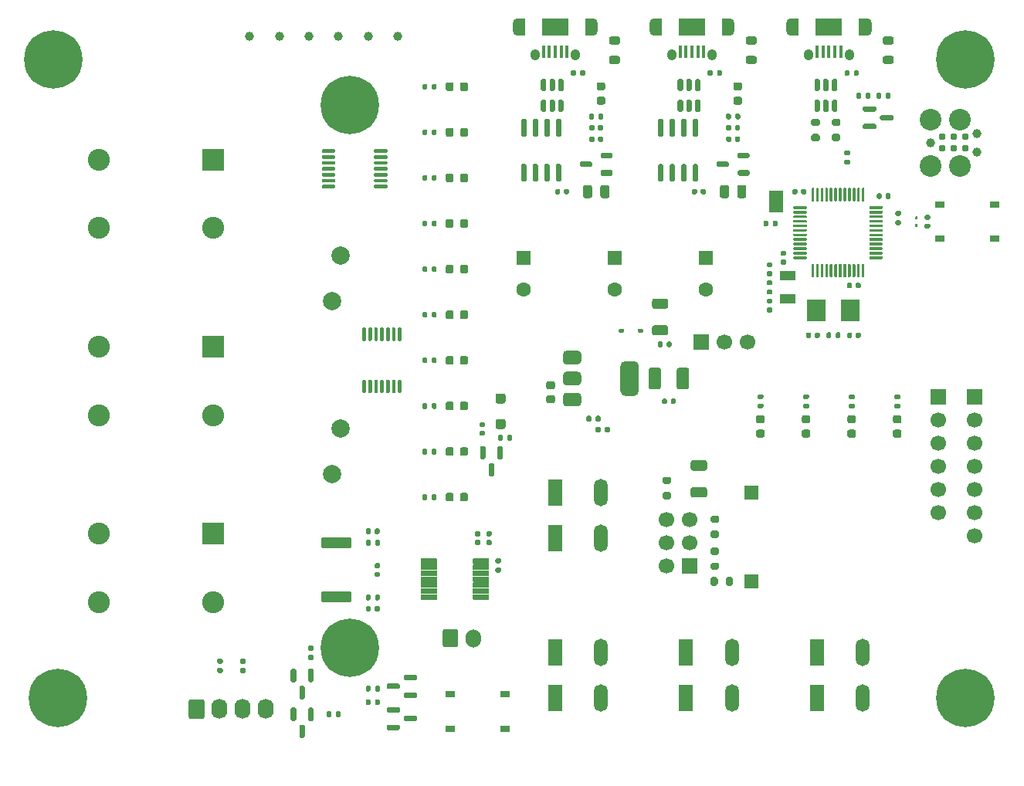
<source format=gts>
G04 #@! TF.GenerationSoftware,KiCad,Pcbnew,9.0.1+1*
G04 #@! TF.CreationDate,2025-05-15T19:50:51+00:00*
G04 #@! TF.ProjectId,akkupack-ng,616b6b75-7061-4636-9b2d-6e672e6b6963,rev?*
G04 #@! TF.SameCoordinates,Original*
G04 #@! TF.FileFunction,Soldermask,Top*
G04 #@! TF.FilePolarity,Negative*
%FSLAX46Y46*%
G04 Gerber Fmt 4.6, Leading zero omitted, Abs format (unit mm)*
G04 Created by KiCad (PCBNEW 9.0.1+1) date 2025-05-15 19:50:51*
%MOMM*%
%LPD*%
G01*
G04 APERTURE LIST*
%ADD10C,2.374900*%
%ADD11C,0.990600*%
%ADD12C,0.787400*%
%ADD13C,1.000000*%
%ADD14R,1.000000X0.750000*%
%ADD15R,1.500000X1.500000*%
%ADD16R,2.413000X2.413000*%
%ADD17C,2.413000*%
%ADD18R,1.700000X1.700000*%
%ADD19C,1.700000*%
%ADD20C,6.400000*%
%ADD21R,1.500000X3.000000*%
%ADD22O,1.500000X3.000000*%
%ADD23R,0.400000X1.350000*%
%ADD24O,1.000000X1.900000*%
%ADD25R,0.875000X1.900000*%
%ADD26O,1.050000X1.250000*%
%ADD27R,2.900000X1.900000*%
%ADD28C,2.000000*%
%ADD29R,2.000000X2.400000*%
%ADD30O,1.740000X2.190000*%
%ADD31R,1.600000X1.600000*%
%ADD32C,1.600000*%
%ADD33R,1.800000X1.000000*%
%ADD34O,1.700000X2.000000*%
%ADD35R,1.500000X1.000000*%
G04 APERTURE END LIST*
G36*
X133450000Y-65750000D02*
G01*
X134950000Y-65750000D01*
X134950000Y-65450000D01*
X133450000Y-65450000D01*
X133450000Y-65750000D01*
G37*
G36*
G01*
X102757000Y-108673700D02*
X102757000Y-109226300D01*
G75*
G02*
X102726300Y-109257000I-30700J0D01*
G01*
X101013700Y-109257000D01*
G75*
G02*
X100983000Y-109226300I0J30700D01*
G01*
X100983000Y-108673700D01*
G75*
G02*
X101013700Y-108643000I30700J0D01*
G01*
X102726300Y-108643000D01*
G75*
G02*
X102757000Y-108673700I0J-30700D01*
G01*
G37*
G36*
G01*
X102757000Y-108023700D02*
X102757000Y-108576300D01*
G75*
G02*
X102726300Y-108607000I-30700J0D01*
G01*
X101013700Y-108607000D01*
G75*
G02*
X100983000Y-108576300I0J30700D01*
G01*
X100983000Y-108023700D01*
G75*
G02*
X101013700Y-107993000I30700J0D01*
G01*
X102726300Y-107993000D01*
G75*
G02*
X102757000Y-108023700I0J-30700D01*
G01*
G37*
G36*
G01*
X102757000Y-107373700D02*
X102757000Y-107926300D01*
G75*
G02*
X102726300Y-107957000I-30700J0D01*
G01*
X101013700Y-107957000D01*
G75*
G02*
X100983000Y-107926300I0J30700D01*
G01*
X100983000Y-107373700D01*
G75*
G02*
X101013700Y-107343000I30700J0D01*
G01*
X102726300Y-107343000D01*
G75*
G02*
X102757000Y-107373700I0J-30700D01*
G01*
G37*
G36*
G01*
X102757000Y-106723700D02*
X102757000Y-107276300D01*
G75*
G02*
X102726300Y-107307000I-30700J0D01*
G01*
X101013700Y-107307000D01*
G75*
G02*
X100983000Y-107276300I0J30700D01*
G01*
X100983000Y-106723700D01*
G75*
G02*
X101013700Y-106693000I30700J0D01*
G01*
X102726300Y-106693000D01*
G75*
G02*
X102757000Y-106723700I0J-30700D01*
G01*
G37*
G36*
G01*
X102757000Y-106073700D02*
X102757000Y-106626300D01*
G75*
G02*
X102726300Y-106657000I-30700J0D01*
G01*
X101013700Y-106657000D01*
G75*
G02*
X100983000Y-106626300I0J30700D01*
G01*
X100983000Y-106073700D01*
G75*
G02*
X101013700Y-106043000I30700J0D01*
G01*
X102726300Y-106043000D01*
G75*
G02*
X102757000Y-106073700I0J-30700D01*
G01*
G37*
G36*
G01*
X102757000Y-105423700D02*
X102757000Y-105976300D01*
G75*
G02*
X102726300Y-106007000I-30700J0D01*
G01*
X101013700Y-106007000D01*
G75*
G02*
X100983000Y-105976300I0J30700D01*
G01*
X100983000Y-105423700D01*
G75*
G02*
X101013700Y-105393000I30700J0D01*
G01*
X102726300Y-105393000D01*
G75*
G02*
X102757000Y-105423700I0J-30700D01*
G01*
G37*
G36*
G01*
X102757000Y-104773700D02*
X102757000Y-105326300D01*
G75*
G02*
X102726300Y-105357000I-30700J0D01*
G01*
X101013700Y-105357000D01*
G75*
G02*
X100983000Y-105326300I0J30700D01*
G01*
X100983000Y-104773700D01*
G75*
G02*
X101013700Y-104743000I30700J0D01*
G01*
X102726300Y-104743000D01*
G75*
G02*
X102757000Y-104773700I0J-30700D01*
G01*
G37*
G36*
G01*
X97017000Y-104773700D02*
X97017000Y-105326300D01*
G75*
G02*
X96986300Y-105357000I-30700J0D01*
G01*
X95273700Y-105357000D01*
G75*
G02*
X95243000Y-105326300I0J30700D01*
G01*
X95243000Y-104773700D01*
G75*
G02*
X95273700Y-104743000I30700J0D01*
G01*
X96986300Y-104743000D01*
G75*
G02*
X97017000Y-104773700I0J-30700D01*
G01*
G37*
G36*
G01*
X97017000Y-105423700D02*
X97017000Y-105976300D01*
G75*
G02*
X96986300Y-106007000I-30700J0D01*
G01*
X95273700Y-106007000D01*
G75*
G02*
X95243000Y-105976300I0J30700D01*
G01*
X95243000Y-105423700D01*
G75*
G02*
X95273700Y-105393000I30700J0D01*
G01*
X96986300Y-105393000D01*
G75*
G02*
X97017000Y-105423700I0J-30700D01*
G01*
G37*
G36*
G01*
X97017000Y-106073700D02*
X97017000Y-106626300D01*
G75*
G02*
X96986300Y-106657000I-30700J0D01*
G01*
X95273700Y-106657000D01*
G75*
G02*
X95243000Y-106626300I0J30700D01*
G01*
X95243000Y-106073700D01*
G75*
G02*
X95273700Y-106043000I30700J0D01*
G01*
X96986300Y-106043000D01*
G75*
G02*
X97017000Y-106073700I0J-30700D01*
G01*
G37*
G36*
G01*
X97017000Y-106723700D02*
X97017000Y-107276300D01*
G75*
G02*
X96986300Y-107307000I-30700J0D01*
G01*
X95273700Y-107307000D01*
G75*
G02*
X95243000Y-107276300I0J30700D01*
G01*
X95243000Y-106723700D01*
G75*
G02*
X95273700Y-106693000I30700J0D01*
G01*
X96986300Y-106693000D01*
G75*
G02*
X97017000Y-106723700I0J-30700D01*
G01*
G37*
G36*
G01*
X97017000Y-107373700D02*
X97017000Y-107926300D01*
G75*
G02*
X96986300Y-107957000I-30700J0D01*
G01*
X95273700Y-107957000D01*
G75*
G02*
X95243000Y-107926300I0J30700D01*
G01*
X95243000Y-107373700D01*
G75*
G02*
X95273700Y-107343000I30700J0D01*
G01*
X96986300Y-107343000D01*
G75*
G02*
X97017000Y-107373700I0J-30700D01*
G01*
G37*
G36*
G01*
X97017000Y-108023700D02*
X97017000Y-108576300D01*
G75*
G02*
X96986300Y-108607000I-30700J0D01*
G01*
X95273700Y-108607000D01*
G75*
G02*
X95243000Y-108576300I0J30700D01*
G01*
X95243000Y-108023700D01*
G75*
G02*
X95273700Y-107993000I30700J0D01*
G01*
X96986300Y-107993000D01*
G75*
G02*
X97017000Y-108023700I0J-30700D01*
G01*
G37*
G36*
G01*
X97017000Y-108673700D02*
X97017000Y-109226300D01*
G75*
G02*
X96986300Y-109257000I-30700J0D01*
G01*
X95273700Y-109257000D01*
G75*
G02*
X95243000Y-109226300I0J30700D01*
G01*
X95243000Y-108673700D01*
G75*
G02*
X95273700Y-108643000I30700J0D01*
G01*
X96986300Y-108643000D01*
G75*
G02*
X97017000Y-108673700I0J-30700D01*
G01*
G37*
G36*
G01*
X139720000Y-80435000D02*
X139720000Y-80065000D01*
G75*
G02*
X139855000Y-79930000I135000J0D01*
G01*
X140125000Y-79930000D01*
G75*
G02*
X140260000Y-80065000I0J-135000D01*
G01*
X140260000Y-80435000D01*
G75*
G02*
X140125000Y-80570000I-135000J0D01*
G01*
X139855000Y-80570000D01*
G75*
G02*
X139720000Y-80435000I0J135000D01*
G01*
G37*
G36*
G01*
X140740000Y-80435000D02*
X140740000Y-80065000D01*
G75*
G02*
X140875000Y-79930000I135000J0D01*
G01*
X141145000Y-79930000D01*
G75*
G02*
X141280000Y-80065000I0J-135000D01*
G01*
X141280000Y-80435000D01*
G75*
G02*
X141145000Y-80570000I-135000J0D01*
G01*
X140875000Y-80570000D01*
G75*
G02*
X140740000Y-80435000I0J135000D01*
G01*
G37*
G36*
G01*
X102170000Y-91280000D02*
X101830000Y-91280000D01*
G75*
G02*
X101690000Y-91140000I0J140000D01*
G01*
X101690000Y-90860000D01*
G75*
G02*
X101830000Y-90720000I140000J0D01*
G01*
X102170000Y-90720000D01*
G75*
G02*
X102310000Y-90860000I0J-140000D01*
G01*
X102310000Y-91140000D01*
G75*
G02*
X102170000Y-91280000I-140000J0D01*
G01*
G37*
G36*
G01*
X102170000Y-90320000D02*
X101830000Y-90320000D01*
G75*
G02*
X101690000Y-90180000I0J140000D01*
G01*
X101690000Y-89900000D01*
G75*
G02*
X101830000Y-89760000I140000J0D01*
G01*
X102170000Y-89760000D01*
G75*
G02*
X102310000Y-89900000I0J-140000D01*
G01*
X102310000Y-90180000D01*
G75*
G02*
X102170000Y-90320000I-140000J0D01*
G01*
G37*
D10*
X151170000Y-56600000D03*
D11*
X151170000Y-59140000D03*
D10*
X151170000Y-61680000D03*
X154345000Y-56600000D03*
X154345000Y-61680000D03*
D11*
X156250000Y-58124000D03*
X156250000Y-60156000D03*
D12*
X152440000Y-59775000D03*
X152440000Y-58505000D03*
X153710000Y-59775000D03*
X153710000Y-58505000D03*
X154980000Y-59775000D03*
X154980000Y-58505000D03*
G36*
G01*
X96992500Y-57815000D02*
X96992500Y-58185000D01*
G75*
G02*
X96857500Y-58320000I-135000J0D01*
G01*
X96587500Y-58320000D01*
G75*
G02*
X96452500Y-58185000I0J135000D01*
G01*
X96452500Y-57815000D01*
G75*
G02*
X96587500Y-57680000I135000J0D01*
G01*
X96857500Y-57680000D01*
G75*
G02*
X96992500Y-57815000I0J-135000D01*
G01*
G37*
G36*
G01*
X95972500Y-57815000D02*
X95972500Y-58185000D01*
G75*
G02*
X95837500Y-58320000I-135000J0D01*
G01*
X95567500Y-58320000D01*
G75*
G02*
X95432500Y-58185000I0J135000D01*
G01*
X95432500Y-57815000D01*
G75*
G02*
X95567500Y-57680000I135000J0D01*
G01*
X95837500Y-57680000D01*
G75*
G02*
X95972500Y-57815000I0J-135000D01*
G01*
G37*
G36*
G01*
X73065000Y-115720000D02*
X73435000Y-115720000D01*
G75*
G02*
X73570000Y-115855000I0J-135000D01*
G01*
X73570000Y-116125000D01*
G75*
G02*
X73435000Y-116260000I-135000J0D01*
G01*
X73065000Y-116260000D01*
G75*
G02*
X72930000Y-116125000I0J135000D01*
G01*
X72930000Y-115855000D01*
G75*
G02*
X73065000Y-115720000I135000J0D01*
G01*
G37*
G36*
G01*
X73065000Y-116740000D02*
X73435000Y-116740000D01*
G75*
G02*
X73570000Y-116875000I0J-135000D01*
G01*
X73570000Y-117145000D01*
G75*
G02*
X73435000Y-117280000I-135000J0D01*
G01*
X73065000Y-117280000D01*
G75*
G02*
X72930000Y-117145000I0J135000D01*
G01*
X72930000Y-116875000D01*
G75*
G02*
X73065000Y-116740000I135000J0D01*
G01*
G37*
G36*
G01*
X96992500Y-97815000D02*
X96992500Y-98185000D01*
G75*
G02*
X96857500Y-98320000I-135000J0D01*
G01*
X96587500Y-98320000D01*
G75*
G02*
X96452500Y-98185000I0J135000D01*
G01*
X96452500Y-97815000D01*
G75*
G02*
X96587500Y-97680000I135000J0D01*
G01*
X96857500Y-97680000D01*
G75*
G02*
X96992500Y-97815000I0J-135000D01*
G01*
G37*
G36*
G01*
X95972500Y-97815000D02*
X95972500Y-98185000D01*
G75*
G02*
X95837500Y-98320000I-135000J0D01*
G01*
X95567500Y-98320000D01*
G75*
G02*
X95432500Y-98185000I0J135000D01*
G01*
X95432500Y-97815000D01*
G75*
G02*
X95567500Y-97680000I135000J0D01*
G01*
X95837500Y-97680000D01*
G75*
G02*
X95972500Y-97815000I0J-135000D01*
G01*
G37*
G36*
G01*
X132685000Y-88280000D02*
X132315000Y-88280000D01*
G75*
G02*
X132180000Y-88145000I0J135000D01*
G01*
X132180000Y-87875000D01*
G75*
G02*
X132315000Y-87740000I135000J0D01*
G01*
X132685000Y-87740000D01*
G75*
G02*
X132820000Y-87875000I0J-135000D01*
G01*
X132820000Y-88145000D01*
G75*
G02*
X132685000Y-88280000I-135000J0D01*
G01*
G37*
G36*
G01*
X132685000Y-87260000D02*
X132315000Y-87260000D01*
G75*
G02*
X132180000Y-87125000I0J135000D01*
G01*
X132180000Y-86855000D01*
G75*
G02*
X132315000Y-86720000I135000J0D01*
G01*
X132685000Y-86720000D01*
G75*
G02*
X132820000Y-86855000I0J-135000D01*
G01*
X132820000Y-87125000D01*
G75*
G02*
X132685000Y-87260000I-135000J0D01*
G01*
G37*
G36*
G01*
X113050000Y-64975000D02*
X113050000Y-64025000D01*
G75*
G02*
X113300000Y-63775000I250000J0D01*
G01*
X113800000Y-63775000D01*
G75*
G02*
X114050000Y-64025000I0J-250000D01*
G01*
X114050000Y-64975000D01*
G75*
G02*
X113800000Y-65225000I-250000J0D01*
G01*
X113300000Y-65225000D01*
G75*
G02*
X113050000Y-64975000I0J250000D01*
G01*
G37*
G36*
G01*
X114950000Y-64975000D02*
X114950000Y-64025000D01*
G75*
G02*
X115200000Y-63775000I250000J0D01*
G01*
X115700000Y-63775000D01*
G75*
G02*
X115950000Y-64025000I0J-250000D01*
G01*
X115950000Y-64975000D01*
G75*
G02*
X115700000Y-65225000I-250000J0D01*
G01*
X115200000Y-65225000D01*
G75*
G02*
X114950000Y-64975000I0J250000D01*
G01*
G37*
G36*
G01*
X111720000Y-51685000D02*
X111720000Y-51315000D01*
G75*
G02*
X111855000Y-51180000I135000J0D01*
G01*
X112125000Y-51180000D01*
G75*
G02*
X112260000Y-51315000I0J-135000D01*
G01*
X112260000Y-51685000D01*
G75*
G02*
X112125000Y-51820000I-135000J0D01*
G01*
X111855000Y-51820000D01*
G75*
G02*
X111720000Y-51685000I0J135000D01*
G01*
G37*
G36*
G01*
X112740000Y-51685000D02*
X112740000Y-51315000D01*
G75*
G02*
X112875000Y-51180000I135000J0D01*
G01*
X113145000Y-51180000D01*
G75*
G02*
X113280000Y-51315000I0J-135000D01*
G01*
X113280000Y-51685000D01*
G75*
G02*
X113145000Y-51820000I-135000J0D01*
G01*
X112875000Y-51820000D01*
G75*
G02*
X112740000Y-51685000I0J135000D01*
G01*
G37*
D13*
X92750000Y-47500000D03*
G36*
G01*
X147685000Y-88280000D02*
X147315000Y-88280000D01*
G75*
G02*
X147180000Y-88145000I0J135000D01*
G01*
X147180000Y-87875000D01*
G75*
G02*
X147315000Y-87740000I135000J0D01*
G01*
X147685000Y-87740000D01*
G75*
G02*
X147820000Y-87875000I0J-135000D01*
G01*
X147820000Y-88145000D01*
G75*
G02*
X147685000Y-88280000I-135000J0D01*
G01*
G37*
G36*
G01*
X147685000Y-87260000D02*
X147315000Y-87260000D01*
G75*
G02*
X147180000Y-87125000I0J135000D01*
G01*
X147180000Y-86855000D01*
G75*
G02*
X147315000Y-86720000I135000J0D01*
G01*
X147685000Y-86720000D01*
G75*
G02*
X147820000Y-86855000I0J-135000D01*
G01*
X147820000Y-87125000D01*
G75*
G02*
X147685000Y-87260000I-135000J0D01*
G01*
G37*
G36*
G01*
X102920000Y-103260000D02*
X102580000Y-103260000D01*
G75*
G02*
X102440000Y-103120000I0J140000D01*
G01*
X102440000Y-102840000D01*
G75*
G02*
X102580000Y-102700000I140000J0D01*
G01*
X102920000Y-102700000D01*
G75*
G02*
X103060000Y-102840000I0J-140000D01*
G01*
X103060000Y-103120000D01*
G75*
G02*
X102920000Y-103260000I-140000J0D01*
G01*
G37*
G36*
G01*
X102920000Y-102300000D02*
X102580000Y-102300000D01*
G75*
G02*
X102440000Y-102160000I0J140000D01*
G01*
X102440000Y-101880000D01*
G75*
G02*
X102580000Y-101740000I140000J0D01*
G01*
X102920000Y-101740000D01*
G75*
G02*
X103060000Y-101880000I0J-140000D01*
G01*
X103060000Y-102160000D01*
G75*
G02*
X102920000Y-102300000I-140000J0D01*
G01*
G37*
G36*
G01*
X97987500Y-68256250D02*
X97987500Y-67743750D01*
G75*
G02*
X98206250Y-67525000I218750J0D01*
G01*
X98643750Y-67525000D01*
G75*
G02*
X98862500Y-67743750I0J-218750D01*
G01*
X98862500Y-68256250D01*
G75*
G02*
X98643750Y-68475000I-218750J0D01*
G01*
X98206250Y-68475000D01*
G75*
G02*
X97987500Y-68256250I0J218750D01*
G01*
G37*
G36*
G01*
X99562500Y-68256250D02*
X99562500Y-67743750D01*
G75*
G02*
X99781250Y-67525000I218750J0D01*
G01*
X100218750Y-67525000D01*
G75*
G02*
X100437500Y-67743750I0J-218750D01*
G01*
X100437500Y-68256250D01*
G75*
G02*
X100218750Y-68475000I-218750J0D01*
G01*
X99781250Y-68475000D01*
G75*
G02*
X99562500Y-68256250I0J218750D01*
G01*
G37*
G36*
G01*
X143725000Y-55600000D02*
X143725000Y-55300000D01*
G75*
G02*
X143875000Y-55150000I150000J0D01*
G01*
X145050000Y-55150000D01*
G75*
G02*
X145200000Y-55300000I0J-150000D01*
G01*
X145200000Y-55600000D01*
G75*
G02*
X145050000Y-55750000I-150000J0D01*
G01*
X143875000Y-55750000D01*
G75*
G02*
X143725000Y-55600000I0J150000D01*
G01*
G37*
G36*
G01*
X143725000Y-57500000D02*
X143725000Y-57200000D01*
G75*
G02*
X143875000Y-57050000I150000J0D01*
G01*
X145050000Y-57050000D01*
G75*
G02*
X145200000Y-57200000I0J-150000D01*
G01*
X145200000Y-57500000D01*
G75*
G02*
X145050000Y-57650000I-150000J0D01*
G01*
X143875000Y-57650000D01*
G75*
G02*
X143725000Y-57500000I0J150000D01*
G01*
G37*
G36*
G01*
X145600000Y-56550000D02*
X145600000Y-56250000D01*
G75*
G02*
X145750000Y-56100000I150000J0D01*
G01*
X146925000Y-56100000D01*
G75*
G02*
X147075000Y-56250000I0J-150000D01*
G01*
X147075000Y-56550000D01*
G75*
G02*
X146925000Y-56700000I-150000J0D01*
G01*
X145750000Y-56700000D01*
G75*
G02*
X145600000Y-56550000I0J150000D01*
G01*
G37*
G36*
G01*
X96992500Y-77815000D02*
X96992500Y-78185000D01*
G75*
G02*
X96857500Y-78320000I-135000J0D01*
G01*
X96587500Y-78320000D01*
G75*
G02*
X96452500Y-78185000I0J135000D01*
G01*
X96452500Y-77815000D01*
G75*
G02*
X96587500Y-77680000I135000J0D01*
G01*
X96857500Y-77680000D01*
G75*
G02*
X96992500Y-77815000I0J-135000D01*
G01*
G37*
G36*
G01*
X95972500Y-77815000D02*
X95972500Y-78185000D01*
G75*
G02*
X95837500Y-78320000I-135000J0D01*
G01*
X95567500Y-78320000D01*
G75*
G02*
X95432500Y-78185000I0J135000D01*
G01*
X95432500Y-77815000D01*
G75*
G02*
X95567500Y-77680000I135000J0D01*
G01*
X95837500Y-77680000D01*
G75*
G02*
X95972500Y-77815000I0J-135000D01*
G01*
G37*
G36*
G01*
X137685000Y-88280000D02*
X137315000Y-88280000D01*
G75*
G02*
X137180000Y-88145000I0J135000D01*
G01*
X137180000Y-87875000D01*
G75*
G02*
X137315000Y-87740000I135000J0D01*
G01*
X137685000Y-87740000D01*
G75*
G02*
X137820000Y-87875000I0J-135000D01*
G01*
X137820000Y-88145000D01*
G75*
G02*
X137685000Y-88280000I-135000J0D01*
G01*
G37*
G36*
G01*
X137685000Y-87260000D02*
X137315000Y-87260000D01*
G75*
G02*
X137180000Y-87125000I0J135000D01*
G01*
X137180000Y-86855000D01*
G75*
G02*
X137315000Y-86720000I135000J0D01*
G01*
X137685000Y-86720000D01*
G75*
G02*
X137820000Y-86855000I0J-135000D01*
G01*
X137820000Y-87125000D01*
G75*
G02*
X137685000Y-87260000I-135000J0D01*
G01*
G37*
X89500000Y-47500000D03*
D14*
X152200000Y-65925000D03*
X158200000Y-65925000D03*
X152200000Y-69675000D03*
X158200000Y-69675000D03*
G36*
G01*
X150630000Y-67040000D02*
X150970000Y-67040000D01*
G75*
G02*
X151110000Y-67180000I0J-140000D01*
G01*
X151110000Y-67460000D01*
G75*
G02*
X150970000Y-67600000I-140000J0D01*
G01*
X150630000Y-67600000D01*
G75*
G02*
X150490000Y-67460000I0J140000D01*
G01*
X150490000Y-67180000D01*
G75*
G02*
X150630000Y-67040000I140000J0D01*
G01*
G37*
G36*
G01*
X150630000Y-68000000D02*
X150970000Y-68000000D01*
G75*
G02*
X151110000Y-68140000I0J-140000D01*
G01*
X151110000Y-68420000D01*
G75*
G02*
X150970000Y-68560000I-140000J0D01*
G01*
X150630000Y-68560000D01*
G75*
G02*
X150490000Y-68420000I0J140000D01*
G01*
X150490000Y-68140000D01*
G75*
G02*
X150630000Y-68000000I140000J0D01*
G01*
G37*
G36*
G01*
X116300000Y-62300000D02*
X116300000Y-62600000D01*
G75*
G02*
X116150000Y-62750000I-150000J0D01*
G01*
X115125000Y-62750000D01*
G75*
G02*
X114975000Y-62600000I0J150000D01*
G01*
X114975000Y-62300000D01*
G75*
G02*
X115125000Y-62150000I150000J0D01*
G01*
X116150000Y-62150000D01*
G75*
G02*
X116300000Y-62300000I0J-150000D01*
G01*
G37*
G36*
G01*
X116300000Y-60400000D02*
X116300000Y-60700000D01*
G75*
G02*
X116150000Y-60850000I-150000J0D01*
G01*
X115125000Y-60850000D01*
G75*
G02*
X114975000Y-60700000I0J150000D01*
G01*
X114975000Y-60400000D01*
G75*
G02*
X115125000Y-60250000I150000J0D01*
G01*
X116150000Y-60250000D01*
G75*
G02*
X116300000Y-60400000I0J-150000D01*
G01*
G37*
G36*
G01*
X114025000Y-61350000D02*
X114025000Y-61650000D01*
G75*
G02*
X113875000Y-61800000I-150000J0D01*
G01*
X112850000Y-61800000D01*
G75*
G02*
X112700000Y-61650000I0J150000D01*
G01*
X112700000Y-61350000D01*
G75*
G02*
X112850000Y-61200000I150000J0D01*
G01*
X113875000Y-61200000D01*
G75*
G02*
X114025000Y-61350000I0J-150000D01*
G01*
G37*
G36*
G01*
X90670000Y-106760000D02*
X90330000Y-106760000D01*
G75*
G02*
X90190000Y-106620000I0J140000D01*
G01*
X90190000Y-106340000D01*
G75*
G02*
X90330000Y-106200000I140000J0D01*
G01*
X90670000Y-106200000D01*
G75*
G02*
X90810000Y-106340000I0J-140000D01*
G01*
X90810000Y-106620000D01*
G75*
G02*
X90670000Y-106760000I-140000J0D01*
G01*
G37*
G36*
G01*
X90670000Y-105800000D02*
X90330000Y-105800000D01*
G75*
G02*
X90190000Y-105660000I0J140000D01*
G01*
X90190000Y-105380000D01*
G75*
G02*
X90330000Y-105240000I140000J0D01*
G01*
X90670000Y-105240000D01*
G75*
G02*
X90810000Y-105380000I0J-140000D01*
G01*
X90810000Y-105660000D01*
G75*
G02*
X90670000Y-105800000I-140000J0D01*
G01*
G37*
G36*
G01*
X90760000Y-101580000D02*
X90760000Y-101920000D01*
G75*
G02*
X90620000Y-102060000I-140000J0D01*
G01*
X90340000Y-102060000D01*
G75*
G02*
X90200000Y-101920000I0J140000D01*
G01*
X90200000Y-101580000D01*
G75*
G02*
X90340000Y-101440000I140000J0D01*
G01*
X90620000Y-101440000D01*
G75*
G02*
X90760000Y-101580000I0J-140000D01*
G01*
G37*
G36*
G01*
X89800000Y-101580000D02*
X89800000Y-101920000D01*
G75*
G02*
X89660000Y-102060000I-140000J0D01*
G01*
X89380000Y-102060000D01*
G75*
G02*
X89240000Y-101920000I0J140000D01*
G01*
X89240000Y-101580000D01*
G75*
G02*
X89380000Y-101440000I140000J0D01*
G01*
X89660000Y-101440000D01*
G75*
G02*
X89800000Y-101580000I0J-140000D01*
G01*
G37*
D15*
X131500000Y-107250000D03*
G36*
G01*
X137510000Y-64330000D02*
X137510000Y-64670000D01*
G75*
G02*
X137370000Y-64810000I-140000J0D01*
G01*
X137090000Y-64810000D01*
G75*
G02*
X136950000Y-64670000I0J140000D01*
G01*
X136950000Y-64330000D01*
G75*
G02*
X137090000Y-64190000I140000J0D01*
G01*
X137370000Y-64190000D01*
G75*
G02*
X137510000Y-64330000I0J-140000D01*
G01*
G37*
G36*
G01*
X136550000Y-64330000D02*
X136550000Y-64670000D01*
G75*
G02*
X136410000Y-64810000I-140000J0D01*
G01*
X136130000Y-64810000D01*
G75*
G02*
X135990000Y-64670000I0J140000D01*
G01*
X135990000Y-64330000D01*
G75*
G02*
X136130000Y-64190000I140000J0D01*
G01*
X136410000Y-64190000D01*
G75*
G02*
X136550000Y-64330000I0J-140000D01*
G01*
G37*
G36*
G01*
X96992500Y-82815000D02*
X96992500Y-83185000D01*
G75*
G02*
X96857500Y-83320000I-135000J0D01*
G01*
X96587500Y-83320000D01*
G75*
G02*
X96452500Y-83185000I0J135000D01*
G01*
X96452500Y-82815000D01*
G75*
G02*
X96587500Y-82680000I135000J0D01*
G01*
X96857500Y-82680000D01*
G75*
G02*
X96992500Y-82815000I0J-135000D01*
G01*
G37*
G36*
G01*
X95972500Y-82815000D02*
X95972500Y-83185000D01*
G75*
G02*
X95837500Y-83320000I-135000J0D01*
G01*
X95567500Y-83320000D01*
G75*
G02*
X95432500Y-83185000I0J135000D01*
G01*
X95432500Y-82815000D01*
G75*
G02*
X95567500Y-82680000I135000J0D01*
G01*
X95837500Y-82680000D01*
G75*
G02*
X95972500Y-82815000I0J-135000D01*
G01*
G37*
G36*
G01*
X83050000Y-116825000D02*
X83350000Y-116825000D01*
G75*
G02*
X83500000Y-116975000I0J-150000D01*
G01*
X83500000Y-118150000D01*
G75*
G02*
X83350000Y-118300000I-150000J0D01*
G01*
X83050000Y-118300000D01*
G75*
G02*
X82900000Y-118150000I0J150000D01*
G01*
X82900000Y-116975000D01*
G75*
G02*
X83050000Y-116825000I150000J0D01*
G01*
G37*
G36*
G01*
X81150000Y-116825000D02*
X81450000Y-116825000D01*
G75*
G02*
X81600000Y-116975000I0J-150000D01*
G01*
X81600000Y-118150000D01*
G75*
G02*
X81450000Y-118300000I-150000J0D01*
G01*
X81150000Y-118300000D01*
G75*
G02*
X81000000Y-118150000I0J150000D01*
G01*
X81000000Y-116975000D01*
G75*
G02*
X81150000Y-116825000I150000J0D01*
G01*
G37*
G36*
G01*
X82100000Y-118700000D02*
X82400000Y-118700000D01*
G75*
G02*
X82550000Y-118850000I0J-150000D01*
G01*
X82550000Y-120025000D01*
G75*
G02*
X82400000Y-120175000I-150000J0D01*
G01*
X82100000Y-120175000D01*
G75*
G02*
X81950000Y-120025000I0J150000D01*
G01*
X81950000Y-118850000D01*
G75*
G02*
X82100000Y-118700000I150000J0D01*
G01*
G37*
G36*
G01*
X120252500Y-85945000D02*
X120252500Y-84055000D01*
G75*
G02*
X120502500Y-83805000I250000J0D01*
G01*
X121342500Y-83805000D01*
G75*
G02*
X121592500Y-84055000I0J-250000D01*
G01*
X121592500Y-85945000D01*
G75*
G02*
X121342500Y-86195000I-250000J0D01*
G01*
X120502500Y-86195000D01*
G75*
G02*
X120252500Y-85945000I0J250000D01*
G01*
G37*
G36*
G01*
X123332500Y-85945000D02*
X123332500Y-84055000D01*
G75*
G02*
X123582500Y-83805000I250000J0D01*
G01*
X124422500Y-83805000D01*
G75*
G02*
X124672500Y-84055000I0J-250000D01*
G01*
X124672500Y-85945000D01*
G75*
G02*
X124422500Y-86195000I-250000J0D01*
G01*
X123582500Y-86195000D01*
G75*
G02*
X123332500Y-85945000I0J250000D01*
G01*
G37*
G36*
G01*
X90780000Y-118815000D02*
X90780000Y-119185000D01*
G75*
G02*
X90645000Y-119320000I-135000J0D01*
G01*
X90375000Y-119320000D01*
G75*
G02*
X90240000Y-119185000I0J135000D01*
G01*
X90240000Y-118815000D01*
G75*
G02*
X90375000Y-118680000I135000J0D01*
G01*
X90645000Y-118680000D01*
G75*
G02*
X90780000Y-118815000I0J-135000D01*
G01*
G37*
G36*
G01*
X89760000Y-118815000D02*
X89760000Y-119185000D01*
G75*
G02*
X89625000Y-119320000I-135000J0D01*
G01*
X89355000Y-119320000D01*
G75*
G02*
X89220000Y-119185000I0J135000D01*
G01*
X89220000Y-118815000D01*
G75*
G02*
X89355000Y-118680000I135000J0D01*
G01*
X89625000Y-118680000D01*
G75*
G02*
X89760000Y-118815000I0J-135000D01*
G01*
G37*
G36*
G01*
X143020000Y-54185000D02*
X143020000Y-53815000D01*
G75*
G02*
X143155000Y-53680000I135000J0D01*
G01*
X143425000Y-53680000D01*
G75*
G02*
X143560000Y-53815000I0J-135000D01*
G01*
X143560000Y-54185000D01*
G75*
G02*
X143425000Y-54320000I-135000J0D01*
G01*
X143155000Y-54320000D01*
G75*
G02*
X143020000Y-54185000I0J135000D01*
G01*
G37*
G36*
G01*
X144040000Y-54185000D02*
X144040000Y-53815000D01*
G75*
G02*
X144175000Y-53680000I135000J0D01*
G01*
X144445000Y-53680000D01*
G75*
G02*
X144580000Y-53815000I0J-135000D01*
G01*
X144580000Y-54185000D01*
G75*
G02*
X144445000Y-54320000I-135000J0D01*
G01*
X144175000Y-54320000D01*
G75*
G02*
X144040000Y-54185000I0J135000D01*
G01*
G37*
D16*
X72500000Y-61000000D03*
D17*
X60000000Y-61000000D03*
X72500000Y-68500000D03*
X60000000Y-68500000D03*
D18*
X152000000Y-87000000D03*
D19*
X152000000Y-89540000D03*
X152000000Y-92080000D03*
X152000000Y-94620000D03*
X152000000Y-97160000D03*
X152000000Y-99700000D03*
G36*
G01*
X122125000Y-80275000D02*
X120875000Y-80275000D01*
G75*
G02*
X120625000Y-80025000I0J250000D01*
G01*
X120625000Y-79400000D01*
G75*
G02*
X120875000Y-79150000I250000J0D01*
G01*
X122125000Y-79150000D01*
G75*
G02*
X122375000Y-79400000I0J-250000D01*
G01*
X122375000Y-80025000D01*
G75*
G02*
X122125000Y-80275000I-250000J0D01*
G01*
G37*
G36*
G01*
X122125000Y-77350000D02*
X120875000Y-77350000D01*
G75*
G02*
X120625000Y-77100000I0J250000D01*
G01*
X120625000Y-76475000D01*
G75*
G02*
X120875000Y-76225000I250000J0D01*
G01*
X122125000Y-76225000D01*
G75*
G02*
X122375000Y-76475000I0J-250000D01*
G01*
X122375000Y-77100000D01*
G75*
G02*
X122125000Y-77350000I-250000J0D01*
G01*
G37*
G36*
G01*
X97987500Y-53256250D02*
X97987500Y-52743750D01*
G75*
G02*
X98206250Y-52525000I218750J0D01*
G01*
X98643750Y-52525000D01*
G75*
G02*
X98862500Y-52743750I0J-218750D01*
G01*
X98862500Y-53256250D01*
G75*
G02*
X98643750Y-53475000I-218750J0D01*
G01*
X98206250Y-53475000D01*
G75*
G02*
X97987500Y-53256250I0J218750D01*
G01*
G37*
G36*
G01*
X99562500Y-53256250D02*
X99562500Y-52743750D01*
G75*
G02*
X99781250Y-52525000I218750J0D01*
G01*
X100218750Y-52525000D01*
G75*
G02*
X100437500Y-52743750I0J-218750D01*
G01*
X100437500Y-53256250D01*
G75*
G02*
X100218750Y-53475000I-218750J0D01*
G01*
X99781250Y-53475000D01*
G75*
G02*
X99562500Y-53256250I0J218750D01*
G01*
G37*
D18*
X156000000Y-87000000D03*
D19*
X156000000Y-89540000D03*
X156000000Y-92080000D03*
X156000000Y-94620000D03*
X156000000Y-97160000D03*
X156000000Y-99700000D03*
X156000000Y-102240000D03*
G36*
G01*
X105270000Y-91315000D02*
X105270000Y-91685000D01*
G75*
G02*
X105135000Y-91820000I-135000J0D01*
G01*
X104865000Y-91820000D01*
G75*
G02*
X104730000Y-91685000I0J135000D01*
G01*
X104730000Y-91315000D01*
G75*
G02*
X104865000Y-91180000I135000J0D01*
G01*
X105135000Y-91180000D01*
G75*
G02*
X105270000Y-91315000I0J-135000D01*
G01*
G37*
G36*
G01*
X104250000Y-91315000D02*
X104250000Y-91685000D01*
G75*
G02*
X104115000Y-91820000I-135000J0D01*
G01*
X103845000Y-91820000D01*
G75*
G02*
X103710000Y-91685000I0J135000D01*
G01*
X103710000Y-91315000D01*
G75*
G02*
X103845000Y-91180000I135000J0D01*
G01*
X104115000Y-91180000D01*
G75*
G02*
X104250000Y-91315000I0J-135000D01*
G01*
G37*
G36*
G01*
X94862500Y-119550000D02*
X94862500Y-119850000D01*
G75*
G02*
X94712500Y-120000000I-150000J0D01*
G01*
X93537500Y-120000000D01*
G75*
G02*
X93387500Y-119850000I0J150000D01*
G01*
X93387500Y-119550000D01*
G75*
G02*
X93537500Y-119400000I150000J0D01*
G01*
X94712500Y-119400000D01*
G75*
G02*
X94862500Y-119550000I0J-150000D01*
G01*
G37*
G36*
G01*
X94862500Y-117650000D02*
X94862500Y-117950000D01*
G75*
G02*
X94712500Y-118100000I-150000J0D01*
G01*
X93537500Y-118100000D01*
G75*
G02*
X93387500Y-117950000I0J150000D01*
G01*
X93387500Y-117650000D01*
G75*
G02*
X93537500Y-117500000I150000J0D01*
G01*
X94712500Y-117500000D01*
G75*
G02*
X94862500Y-117650000I0J-150000D01*
G01*
G37*
G36*
G01*
X92987500Y-118600000D02*
X92987500Y-118900000D01*
G75*
G02*
X92837500Y-119050000I-150000J0D01*
G01*
X91662500Y-119050000D01*
G75*
G02*
X91512500Y-118900000I0J150000D01*
G01*
X91512500Y-118600000D01*
G75*
G02*
X91662500Y-118450000I150000J0D01*
G01*
X92837500Y-118450000D01*
G75*
G02*
X92987500Y-118600000I0J-150000D01*
G01*
G37*
G36*
G01*
X97987500Y-93256250D02*
X97987500Y-92743750D01*
G75*
G02*
X98206250Y-92525000I218750J0D01*
G01*
X98643750Y-92525000D01*
G75*
G02*
X98862500Y-92743750I0J-218750D01*
G01*
X98862500Y-93256250D01*
G75*
G02*
X98643750Y-93475000I-218750J0D01*
G01*
X98206250Y-93475000D01*
G75*
G02*
X97987500Y-93256250I0J218750D01*
G01*
G37*
G36*
G01*
X99562500Y-93256250D02*
X99562500Y-92743750D01*
G75*
G02*
X99781250Y-92525000I218750J0D01*
G01*
X100218750Y-92525000D01*
G75*
G02*
X100437500Y-92743750I0J-218750D01*
G01*
X100437500Y-93256250D01*
G75*
G02*
X100218750Y-93475000I-218750J0D01*
G01*
X99781250Y-93475000D01*
G75*
G02*
X99562500Y-93256250I0J218750D01*
G01*
G37*
G36*
G01*
X110215000Y-56525000D02*
X110515000Y-56525000D01*
G75*
G02*
X110665000Y-56675000I0J-150000D01*
G01*
X110665000Y-58325000D01*
G75*
G02*
X110515000Y-58475000I-150000J0D01*
G01*
X110215000Y-58475000D01*
G75*
G02*
X110065000Y-58325000I0J150000D01*
G01*
X110065000Y-56675000D01*
G75*
G02*
X110215000Y-56525000I150000J0D01*
G01*
G37*
G36*
G01*
X108945000Y-56525000D02*
X109245000Y-56525000D01*
G75*
G02*
X109395000Y-56675000I0J-150000D01*
G01*
X109395000Y-58325000D01*
G75*
G02*
X109245000Y-58475000I-150000J0D01*
G01*
X108945000Y-58475000D01*
G75*
G02*
X108795000Y-58325000I0J150000D01*
G01*
X108795000Y-56675000D01*
G75*
G02*
X108945000Y-56525000I150000J0D01*
G01*
G37*
G36*
G01*
X107675000Y-56525000D02*
X107975000Y-56525000D01*
G75*
G02*
X108125000Y-56675000I0J-150000D01*
G01*
X108125000Y-58325000D01*
G75*
G02*
X107975000Y-58475000I-150000J0D01*
G01*
X107675000Y-58475000D01*
G75*
G02*
X107525000Y-58325000I0J150000D01*
G01*
X107525000Y-56675000D01*
G75*
G02*
X107675000Y-56525000I150000J0D01*
G01*
G37*
G36*
G01*
X106405000Y-56525000D02*
X106705000Y-56525000D01*
G75*
G02*
X106855000Y-56675000I0J-150000D01*
G01*
X106855000Y-58325000D01*
G75*
G02*
X106705000Y-58475000I-150000J0D01*
G01*
X106405000Y-58475000D01*
G75*
G02*
X106255000Y-58325000I0J150000D01*
G01*
X106255000Y-56675000D01*
G75*
G02*
X106405000Y-56525000I150000J0D01*
G01*
G37*
G36*
G01*
X106405000Y-61475000D02*
X106705000Y-61475000D01*
G75*
G02*
X106855000Y-61625000I0J-150000D01*
G01*
X106855000Y-63275000D01*
G75*
G02*
X106705000Y-63425000I-150000J0D01*
G01*
X106405000Y-63425000D01*
G75*
G02*
X106255000Y-63275000I0J150000D01*
G01*
X106255000Y-61625000D01*
G75*
G02*
X106405000Y-61475000I150000J0D01*
G01*
G37*
G36*
G01*
X107675000Y-61475000D02*
X107975000Y-61475000D01*
G75*
G02*
X108125000Y-61625000I0J-150000D01*
G01*
X108125000Y-63275000D01*
G75*
G02*
X107975000Y-63425000I-150000J0D01*
G01*
X107675000Y-63425000D01*
G75*
G02*
X107525000Y-63275000I0J150000D01*
G01*
X107525000Y-61625000D01*
G75*
G02*
X107675000Y-61475000I150000J0D01*
G01*
G37*
G36*
G01*
X108945000Y-61475000D02*
X109245000Y-61475000D01*
G75*
G02*
X109395000Y-61625000I0J-150000D01*
G01*
X109395000Y-63275000D01*
G75*
G02*
X109245000Y-63425000I-150000J0D01*
G01*
X108945000Y-63425000D01*
G75*
G02*
X108795000Y-63275000I0J150000D01*
G01*
X108795000Y-61625000D01*
G75*
G02*
X108945000Y-61475000I150000J0D01*
G01*
G37*
G36*
G01*
X110215000Y-61475000D02*
X110515000Y-61475000D01*
G75*
G02*
X110665000Y-61625000I0J-150000D01*
G01*
X110665000Y-63275000D01*
G75*
G02*
X110515000Y-63425000I-150000J0D01*
G01*
X110215000Y-63425000D01*
G75*
G02*
X110065000Y-63275000I0J150000D01*
G01*
X110065000Y-61625000D01*
G75*
G02*
X110215000Y-61475000I150000J0D01*
G01*
G37*
G36*
G01*
X87425000Y-109537500D02*
X84575000Y-109537500D01*
G75*
G02*
X84325000Y-109287500I0J250000D01*
G01*
X84325000Y-108562500D01*
G75*
G02*
X84575000Y-108312500I250000J0D01*
G01*
X87425000Y-108312500D01*
G75*
G02*
X87675000Y-108562500I0J-250000D01*
G01*
X87675000Y-109287500D01*
G75*
G02*
X87425000Y-109537500I-250000J0D01*
G01*
G37*
G36*
G01*
X87425000Y-103612500D02*
X84575000Y-103612500D01*
G75*
G02*
X84325000Y-103362500I0J250000D01*
G01*
X84325000Y-102637500D01*
G75*
G02*
X84575000Y-102387500I250000J0D01*
G01*
X87425000Y-102387500D01*
G75*
G02*
X87675000Y-102637500I0J-250000D01*
G01*
X87675000Y-103362500D01*
G75*
G02*
X87425000Y-103612500I-250000J0D01*
G01*
G37*
G36*
G01*
X133315000Y-74220000D02*
X133685000Y-74220000D01*
G75*
G02*
X133820000Y-74355000I0J-135000D01*
G01*
X133820000Y-74625000D01*
G75*
G02*
X133685000Y-74760000I-135000J0D01*
G01*
X133315000Y-74760000D01*
G75*
G02*
X133180000Y-74625000I0J135000D01*
G01*
X133180000Y-74355000D01*
G75*
G02*
X133315000Y-74220000I135000J0D01*
G01*
G37*
G36*
G01*
X133315000Y-75240000D02*
X133685000Y-75240000D01*
G75*
G02*
X133820000Y-75375000I0J-135000D01*
G01*
X133820000Y-75645000D01*
G75*
G02*
X133685000Y-75780000I-135000J0D01*
G01*
X133315000Y-75780000D01*
G75*
G02*
X133180000Y-75645000I0J135000D01*
G01*
X133180000Y-75375000D01*
G75*
G02*
X133315000Y-75240000I135000J0D01*
G01*
G37*
D20*
X155000000Y-120000000D03*
G36*
G01*
X109990000Y-64670000D02*
X109990000Y-64330000D01*
G75*
G02*
X110130000Y-64190000I140000J0D01*
G01*
X110410000Y-64190000D01*
G75*
G02*
X110550000Y-64330000I0J-140000D01*
G01*
X110550000Y-64670000D01*
G75*
G02*
X110410000Y-64810000I-140000J0D01*
G01*
X110130000Y-64810000D01*
G75*
G02*
X109990000Y-64670000I0J140000D01*
G01*
G37*
G36*
G01*
X110950000Y-64670000D02*
X110950000Y-64330000D01*
G75*
G02*
X111090000Y-64190000I140000J0D01*
G01*
X111370000Y-64190000D01*
G75*
G02*
X111510000Y-64330000I0J-140000D01*
G01*
X111510000Y-64670000D01*
G75*
G02*
X111370000Y-64810000I-140000J0D01*
G01*
X111090000Y-64810000D01*
G75*
G02*
X110950000Y-64670000I0J140000D01*
G01*
G37*
G36*
G01*
X83050000Y-121075000D02*
X83350000Y-121075000D01*
G75*
G02*
X83500000Y-121225000I0J-150000D01*
G01*
X83500000Y-122400000D01*
G75*
G02*
X83350000Y-122550000I-150000J0D01*
G01*
X83050000Y-122550000D01*
G75*
G02*
X82900000Y-122400000I0J150000D01*
G01*
X82900000Y-121225000D01*
G75*
G02*
X83050000Y-121075000I150000J0D01*
G01*
G37*
G36*
G01*
X81150000Y-121075000D02*
X81450000Y-121075000D01*
G75*
G02*
X81600000Y-121225000I0J-150000D01*
G01*
X81600000Y-122400000D01*
G75*
G02*
X81450000Y-122550000I-150000J0D01*
G01*
X81150000Y-122550000D01*
G75*
G02*
X81000000Y-122400000I0J150000D01*
G01*
X81000000Y-121225000D01*
G75*
G02*
X81150000Y-121075000I150000J0D01*
G01*
G37*
G36*
G01*
X82100000Y-122950000D02*
X82400000Y-122950000D01*
G75*
G02*
X82550000Y-123100000I0J-150000D01*
G01*
X82550000Y-124275000D01*
G75*
G02*
X82400000Y-124425000I-150000J0D01*
G01*
X82100000Y-124425000D01*
G75*
G02*
X81950000Y-124275000I0J150000D01*
G01*
X81950000Y-123100000D01*
G75*
G02*
X82100000Y-122950000I150000J0D01*
G01*
G37*
G36*
G01*
X89150000Y-86600000D02*
X88950000Y-86600000D01*
G75*
G02*
X88850000Y-86500000I0J100000D01*
G01*
X88850000Y-85225000D01*
G75*
G02*
X88950000Y-85125000I100000J0D01*
G01*
X89150000Y-85125000D01*
G75*
G02*
X89250000Y-85225000I0J-100000D01*
G01*
X89250000Y-86500000D01*
G75*
G02*
X89150000Y-86600000I-100000J0D01*
G01*
G37*
G36*
G01*
X89800000Y-86600000D02*
X89600000Y-86600000D01*
G75*
G02*
X89500000Y-86500000I0J100000D01*
G01*
X89500000Y-85225000D01*
G75*
G02*
X89600000Y-85125000I100000J0D01*
G01*
X89800000Y-85125000D01*
G75*
G02*
X89900000Y-85225000I0J-100000D01*
G01*
X89900000Y-86500000D01*
G75*
G02*
X89800000Y-86600000I-100000J0D01*
G01*
G37*
G36*
G01*
X90450000Y-86600000D02*
X90250000Y-86600000D01*
G75*
G02*
X90150000Y-86500000I0J100000D01*
G01*
X90150000Y-85225000D01*
G75*
G02*
X90250000Y-85125000I100000J0D01*
G01*
X90450000Y-85125000D01*
G75*
G02*
X90550000Y-85225000I0J-100000D01*
G01*
X90550000Y-86500000D01*
G75*
G02*
X90450000Y-86600000I-100000J0D01*
G01*
G37*
G36*
G01*
X91100000Y-86600000D02*
X90900000Y-86600000D01*
G75*
G02*
X90800000Y-86500000I0J100000D01*
G01*
X90800000Y-85225000D01*
G75*
G02*
X90900000Y-85125000I100000J0D01*
G01*
X91100000Y-85125000D01*
G75*
G02*
X91200000Y-85225000I0J-100000D01*
G01*
X91200000Y-86500000D01*
G75*
G02*
X91100000Y-86600000I-100000J0D01*
G01*
G37*
G36*
G01*
X91750000Y-86600000D02*
X91550000Y-86600000D01*
G75*
G02*
X91450000Y-86500000I0J100000D01*
G01*
X91450000Y-85225000D01*
G75*
G02*
X91550000Y-85125000I100000J0D01*
G01*
X91750000Y-85125000D01*
G75*
G02*
X91850000Y-85225000I0J-100000D01*
G01*
X91850000Y-86500000D01*
G75*
G02*
X91750000Y-86600000I-100000J0D01*
G01*
G37*
G36*
G01*
X92400000Y-86600000D02*
X92200000Y-86600000D01*
G75*
G02*
X92100000Y-86500000I0J100000D01*
G01*
X92100000Y-85225000D01*
G75*
G02*
X92200000Y-85125000I100000J0D01*
G01*
X92400000Y-85125000D01*
G75*
G02*
X92500000Y-85225000I0J-100000D01*
G01*
X92500000Y-86500000D01*
G75*
G02*
X92400000Y-86600000I-100000J0D01*
G01*
G37*
G36*
G01*
X93050000Y-86600000D02*
X92850000Y-86600000D01*
G75*
G02*
X92750000Y-86500000I0J100000D01*
G01*
X92750000Y-85225000D01*
G75*
G02*
X92850000Y-85125000I100000J0D01*
G01*
X93050000Y-85125000D01*
G75*
G02*
X93150000Y-85225000I0J-100000D01*
G01*
X93150000Y-86500000D01*
G75*
G02*
X93050000Y-86600000I-100000J0D01*
G01*
G37*
G36*
G01*
X93050000Y-80875000D02*
X92850000Y-80875000D01*
G75*
G02*
X92750000Y-80775000I0J100000D01*
G01*
X92750000Y-79500000D01*
G75*
G02*
X92850000Y-79400000I100000J0D01*
G01*
X93050000Y-79400000D01*
G75*
G02*
X93150000Y-79500000I0J-100000D01*
G01*
X93150000Y-80775000D01*
G75*
G02*
X93050000Y-80875000I-100000J0D01*
G01*
G37*
G36*
G01*
X92400000Y-80875000D02*
X92200000Y-80875000D01*
G75*
G02*
X92100000Y-80775000I0J100000D01*
G01*
X92100000Y-79500000D01*
G75*
G02*
X92200000Y-79400000I100000J0D01*
G01*
X92400000Y-79400000D01*
G75*
G02*
X92500000Y-79500000I0J-100000D01*
G01*
X92500000Y-80775000D01*
G75*
G02*
X92400000Y-80875000I-100000J0D01*
G01*
G37*
G36*
G01*
X91750000Y-80875000D02*
X91550000Y-80875000D01*
G75*
G02*
X91450000Y-80775000I0J100000D01*
G01*
X91450000Y-79500000D01*
G75*
G02*
X91550000Y-79400000I100000J0D01*
G01*
X91750000Y-79400000D01*
G75*
G02*
X91850000Y-79500000I0J-100000D01*
G01*
X91850000Y-80775000D01*
G75*
G02*
X91750000Y-80875000I-100000J0D01*
G01*
G37*
G36*
G01*
X91100000Y-80875000D02*
X90900000Y-80875000D01*
G75*
G02*
X90800000Y-80775000I0J100000D01*
G01*
X90800000Y-79500000D01*
G75*
G02*
X90900000Y-79400000I100000J0D01*
G01*
X91100000Y-79400000D01*
G75*
G02*
X91200000Y-79500000I0J-100000D01*
G01*
X91200000Y-80775000D01*
G75*
G02*
X91100000Y-80875000I-100000J0D01*
G01*
G37*
G36*
G01*
X90450000Y-80875000D02*
X90250000Y-80875000D01*
G75*
G02*
X90150000Y-80775000I0J100000D01*
G01*
X90150000Y-79500000D01*
G75*
G02*
X90250000Y-79400000I100000J0D01*
G01*
X90450000Y-79400000D01*
G75*
G02*
X90550000Y-79500000I0J-100000D01*
G01*
X90550000Y-80775000D01*
G75*
G02*
X90450000Y-80875000I-100000J0D01*
G01*
G37*
G36*
G01*
X89800000Y-80875000D02*
X89600000Y-80875000D01*
G75*
G02*
X89500000Y-80775000I0J100000D01*
G01*
X89500000Y-79500000D01*
G75*
G02*
X89600000Y-79400000I100000J0D01*
G01*
X89800000Y-79400000D01*
G75*
G02*
X89900000Y-79500000I0J-100000D01*
G01*
X89900000Y-80775000D01*
G75*
G02*
X89800000Y-80875000I-100000J0D01*
G01*
G37*
G36*
G01*
X89150000Y-80875000D02*
X88950000Y-80875000D01*
G75*
G02*
X88850000Y-80775000I0J100000D01*
G01*
X88850000Y-79500000D01*
G75*
G02*
X88950000Y-79400000I100000J0D01*
G01*
X89150000Y-79400000D01*
G75*
G02*
X89250000Y-79500000I0J-100000D01*
G01*
X89250000Y-80775000D01*
G75*
G02*
X89150000Y-80875000I-100000J0D01*
G01*
G37*
G36*
G01*
X127775000Y-105975000D02*
X127225000Y-105975000D01*
G75*
G02*
X127025000Y-105775000I0J200000D01*
G01*
X127025000Y-105375000D01*
G75*
G02*
X127225000Y-105175000I200000J0D01*
G01*
X127775000Y-105175000D01*
G75*
G02*
X127975000Y-105375000I0J-200000D01*
G01*
X127975000Y-105775000D01*
G75*
G02*
X127775000Y-105975000I-200000J0D01*
G01*
G37*
G36*
G01*
X127775000Y-104325000D02*
X127225000Y-104325000D01*
G75*
G02*
X127025000Y-104125000I0J200000D01*
G01*
X127025000Y-103725000D01*
G75*
G02*
X127225000Y-103525000I200000J0D01*
G01*
X127775000Y-103525000D01*
G75*
G02*
X127975000Y-103725000I0J-200000D01*
G01*
X127975000Y-104125000D01*
G75*
G02*
X127775000Y-104325000I-200000J0D01*
G01*
G37*
G36*
G01*
X125215000Y-56525000D02*
X125515000Y-56525000D01*
G75*
G02*
X125665000Y-56675000I0J-150000D01*
G01*
X125665000Y-58325000D01*
G75*
G02*
X125515000Y-58475000I-150000J0D01*
G01*
X125215000Y-58475000D01*
G75*
G02*
X125065000Y-58325000I0J150000D01*
G01*
X125065000Y-56675000D01*
G75*
G02*
X125215000Y-56525000I150000J0D01*
G01*
G37*
G36*
G01*
X123945000Y-56525000D02*
X124245000Y-56525000D01*
G75*
G02*
X124395000Y-56675000I0J-150000D01*
G01*
X124395000Y-58325000D01*
G75*
G02*
X124245000Y-58475000I-150000J0D01*
G01*
X123945000Y-58475000D01*
G75*
G02*
X123795000Y-58325000I0J150000D01*
G01*
X123795000Y-56675000D01*
G75*
G02*
X123945000Y-56525000I150000J0D01*
G01*
G37*
G36*
G01*
X122675000Y-56525000D02*
X122975000Y-56525000D01*
G75*
G02*
X123125000Y-56675000I0J-150000D01*
G01*
X123125000Y-58325000D01*
G75*
G02*
X122975000Y-58475000I-150000J0D01*
G01*
X122675000Y-58475000D01*
G75*
G02*
X122525000Y-58325000I0J150000D01*
G01*
X122525000Y-56675000D01*
G75*
G02*
X122675000Y-56525000I150000J0D01*
G01*
G37*
G36*
G01*
X121405000Y-56525000D02*
X121705000Y-56525000D01*
G75*
G02*
X121855000Y-56675000I0J-150000D01*
G01*
X121855000Y-58325000D01*
G75*
G02*
X121705000Y-58475000I-150000J0D01*
G01*
X121405000Y-58475000D01*
G75*
G02*
X121255000Y-58325000I0J150000D01*
G01*
X121255000Y-56675000D01*
G75*
G02*
X121405000Y-56525000I150000J0D01*
G01*
G37*
G36*
G01*
X121405000Y-61475000D02*
X121705000Y-61475000D01*
G75*
G02*
X121855000Y-61625000I0J-150000D01*
G01*
X121855000Y-63275000D01*
G75*
G02*
X121705000Y-63425000I-150000J0D01*
G01*
X121405000Y-63425000D01*
G75*
G02*
X121255000Y-63275000I0J150000D01*
G01*
X121255000Y-61625000D01*
G75*
G02*
X121405000Y-61475000I150000J0D01*
G01*
G37*
G36*
G01*
X122675000Y-61475000D02*
X122975000Y-61475000D01*
G75*
G02*
X123125000Y-61625000I0J-150000D01*
G01*
X123125000Y-63275000D01*
G75*
G02*
X122975000Y-63425000I-150000J0D01*
G01*
X122675000Y-63425000D01*
G75*
G02*
X122525000Y-63275000I0J150000D01*
G01*
X122525000Y-61625000D01*
G75*
G02*
X122675000Y-61475000I150000J0D01*
G01*
G37*
G36*
G01*
X123945000Y-61475000D02*
X124245000Y-61475000D01*
G75*
G02*
X124395000Y-61625000I0J-150000D01*
G01*
X124395000Y-63275000D01*
G75*
G02*
X124245000Y-63425000I-150000J0D01*
G01*
X123945000Y-63425000D01*
G75*
G02*
X123795000Y-63275000I0J150000D01*
G01*
X123795000Y-61625000D01*
G75*
G02*
X123945000Y-61475000I150000J0D01*
G01*
G37*
G36*
G01*
X125215000Y-61475000D02*
X125515000Y-61475000D01*
G75*
G02*
X125665000Y-61625000I0J-150000D01*
G01*
X125665000Y-63275000D01*
G75*
G02*
X125515000Y-63425000I-150000J0D01*
G01*
X125215000Y-63425000D01*
G75*
G02*
X125065000Y-63275000I0J150000D01*
G01*
X125065000Y-61625000D01*
G75*
G02*
X125215000Y-61475000I150000J0D01*
G01*
G37*
D21*
X110000000Y-115000000D03*
X110000000Y-120000000D03*
D22*
X115000000Y-115000000D03*
X115000000Y-120000000D03*
G36*
G01*
X140470000Y-52150000D02*
X140770000Y-52150000D01*
G75*
G02*
X140920000Y-52300000I0J-150000D01*
G01*
X140920000Y-53325000D01*
G75*
G02*
X140770000Y-53475000I-150000J0D01*
G01*
X140470000Y-53475000D01*
G75*
G02*
X140320000Y-53325000I0J150000D01*
G01*
X140320000Y-52300000D01*
G75*
G02*
X140470000Y-52150000I150000J0D01*
G01*
G37*
G36*
G01*
X139520000Y-52150000D02*
X139820000Y-52150000D01*
G75*
G02*
X139970000Y-52300000I0J-150000D01*
G01*
X139970000Y-53325000D01*
G75*
G02*
X139820000Y-53475000I-150000J0D01*
G01*
X139520000Y-53475000D01*
G75*
G02*
X139370000Y-53325000I0J150000D01*
G01*
X139370000Y-52300000D01*
G75*
G02*
X139520000Y-52150000I150000J0D01*
G01*
G37*
G36*
G01*
X138570000Y-52150000D02*
X138870000Y-52150000D01*
G75*
G02*
X139020000Y-52300000I0J-150000D01*
G01*
X139020000Y-53325000D01*
G75*
G02*
X138870000Y-53475000I-150000J0D01*
G01*
X138570000Y-53475000D01*
G75*
G02*
X138420000Y-53325000I0J150000D01*
G01*
X138420000Y-52300000D01*
G75*
G02*
X138570000Y-52150000I150000J0D01*
G01*
G37*
G36*
G01*
X138570000Y-54425000D02*
X138870000Y-54425000D01*
G75*
G02*
X139020000Y-54575000I0J-150000D01*
G01*
X139020000Y-55600000D01*
G75*
G02*
X138870000Y-55750000I-150000J0D01*
G01*
X138570000Y-55750000D01*
G75*
G02*
X138420000Y-55600000I0J150000D01*
G01*
X138420000Y-54575000D01*
G75*
G02*
X138570000Y-54425000I150000J0D01*
G01*
G37*
G36*
G01*
X139520000Y-54425000D02*
X139820000Y-54425000D01*
G75*
G02*
X139970000Y-54575000I0J-150000D01*
G01*
X139970000Y-55600000D01*
G75*
G02*
X139820000Y-55750000I-150000J0D01*
G01*
X139520000Y-55750000D01*
G75*
G02*
X139370000Y-55600000I0J150000D01*
G01*
X139370000Y-54575000D01*
G75*
G02*
X139520000Y-54425000I150000J0D01*
G01*
G37*
G36*
G01*
X140470000Y-54425000D02*
X140770000Y-54425000D01*
G75*
G02*
X140920000Y-54575000I0J-150000D01*
G01*
X140920000Y-55600000D01*
G75*
G02*
X140770000Y-55750000I-150000J0D01*
G01*
X140470000Y-55750000D01*
G75*
G02*
X140320000Y-55600000I0J150000D01*
G01*
X140320000Y-54575000D01*
G75*
G02*
X140470000Y-54425000I150000J0D01*
G01*
G37*
G36*
G01*
X96992500Y-92815000D02*
X96992500Y-93185000D01*
G75*
G02*
X96857500Y-93320000I-135000J0D01*
G01*
X96587500Y-93320000D01*
G75*
G02*
X96452500Y-93185000I0J135000D01*
G01*
X96452500Y-92815000D01*
G75*
G02*
X96587500Y-92680000I135000J0D01*
G01*
X96857500Y-92680000D01*
G75*
G02*
X96992500Y-92815000I0J-135000D01*
G01*
G37*
G36*
G01*
X95972500Y-92815000D02*
X95972500Y-93185000D01*
G75*
G02*
X95837500Y-93320000I-135000J0D01*
G01*
X95567500Y-93320000D01*
G75*
G02*
X95432500Y-93185000I0J135000D01*
G01*
X95432500Y-92815000D01*
G75*
G02*
X95567500Y-92680000I135000J0D01*
G01*
X95837500Y-92680000D01*
G75*
G02*
X95972500Y-92815000I0J-135000D01*
G01*
G37*
G36*
G01*
X103800000Y-92387500D02*
X104100000Y-92387500D01*
G75*
G02*
X104250000Y-92537500I0J-150000D01*
G01*
X104250000Y-93712500D01*
G75*
G02*
X104100000Y-93862500I-150000J0D01*
G01*
X103800000Y-93862500D01*
G75*
G02*
X103650000Y-93712500I0J150000D01*
G01*
X103650000Y-92537500D01*
G75*
G02*
X103800000Y-92387500I150000J0D01*
G01*
G37*
G36*
G01*
X101900000Y-92387500D02*
X102200000Y-92387500D01*
G75*
G02*
X102350000Y-92537500I0J-150000D01*
G01*
X102350000Y-93712500D01*
G75*
G02*
X102200000Y-93862500I-150000J0D01*
G01*
X101900000Y-93862500D01*
G75*
G02*
X101750000Y-93712500I0J150000D01*
G01*
X101750000Y-92537500D01*
G75*
G02*
X101900000Y-92387500I150000J0D01*
G01*
G37*
G36*
G01*
X102850000Y-94262500D02*
X103150000Y-94262500D01*
G75*
G02*
X103300000Y-94412500I0J-150000D01*
G01*
X103300000Y-95587500D01*
G75*
G02*
X103150000Y-95737500I-150000J0D01*
G01*
X102850000Y-95737500D01*
G75*
G02*
X102700000Y-95587500I0J150000D01*
G01*
X102700000Y-94412500D01*
G75*
G02*
X102850000Y-94262500I150000J0D01*
G01*
G37*
D23*
X108700000Y-49135000D03*
X109350000Y-49135000D03*
X110000000Y-49135000D03*
X110650000Y-49135000D03*
X111300000Y-49135000D03*
D24*
X114175000Y-46460000D03*
D25*
X113737500Y-46460000D03*
D26*
X112225000Y-49460000D03*
D27*
X110000000Y-46460000D03*
D26*
X107775000Y-49460000D03*
D25*
X106262500Y-46460000D03*
D24*
X105825000Y-46460000D03*
D21*
X138700000Y-115000000D03*
X138700000Y-120000000D03*
D22*
X143700000Y-115000000D03*
X143700000Y-120000000D03*
G36*
G01*
X96992500Y-67815000D02*
X96992500Y-68185000D01*
G75*
G02*
X96857500Y-68320000I-135000J0D01*
G01*
X96587500Y-68320000D01*
G75*
G02*
X96452500Y-68185000I0J135000D01*
G01*
X96452500Y-67815000D01*
G75*
G02*
X96587500Y-67680000I135000J0D01*
G01*
X96857500Y-67680000D01*
G75*
G02*
X96992500Y-67815000I0J-135000D01*
G01*
G37*
G36*
G01*
X95972500Y-67815000D02*
X95972500Y-68185000D01*
G75*
G02*
X95837500Y-68320000I-135000J0D01*
G01*
X95567500Y-68320000D01*
G75*
G02*
X95432500Y-68185000I0J135000D01*
G01*
X95432500Y-67815000D01*
G75*
G02*
X95567500Y-67680000I135000J0D01*
G01*
X95837500Y-67680000D01*
G75*
G02*
X95972500Y-67815000I0J-135000D01*
G01*
G37*
G36*
G01*
X110470000Y-52150000D02*
X110770000Y-52150000D01*
G75*
G02*
X110920000Y-52300000I0J-150000D01*
G01*
X110920000Y-53325000D01*
G75*
G02*
X110770000Y-53475000I-150000J0D01*
G01*
X110470000Y-53475000D01*
G75*
G02*
X110320000Y-53325000I0J150000D01*
G01*
X110320000Y-52300000D01*
G75*
G02*
X110470000Y-52150000I150000J0D01*
G01*
G37*
G36*
G01*
X109520000Y-52150000D02*
X109820000Y-52150000D01*
G75*
G02*
X109970000Y-52300000I0J-150000D01*
G01*
X109970000Y-53325000D01*
G75*
G02*
X109820000Y-53475000I-150000J0D01*
G01*
X109520000Y-53475000D01*
G75*
G02*
X109370000Y-53325000I0J150000D01*
G01*
X109370000Y-52300000D01*
G75*
G02*
X109520000Y-52150000I150000J0D01*
G01*
G37*
G36*
G01*
X108570000Y-52150000D02*
X108870000Y-52150000D01*
G75*
G02*
X109020000Y-52300000I0J-150000D01*
G01*
X109020000Y-53325000D01*
G75*
G02*
X108870000Y-53475000I-150000J0D01*
G01*
X108570000Y-53475000D01*
G75*
G02*
X108420000Y-53325000I0J150000D01*
G01*
X108420000Y-52300000D01*
G75*
G02*
X108570000Y-52150000I150000J0D01*
G01*
G37*
G36*
G01*
X108570000Y-54425000D02*
X108870000Y-54425000D01*
G75*
G02*
X109020000Y-54575000I0J-150000D01*
G01*
X109020000Y-55600000D01*
G75*
G02*
X108870000Y-55750000I-150000J0D01*
G01*
X108570000Y-55750000D01*
G75*
G02*
X108420000Y-55600000I0J150000D01*
G01*
X108420000Y-54575000D01*
G75*
G02*
X108570000Y-54425000I150000J0D01*
G01*
G37*
G36*
G01*
X109520000Y-54425000D02*
X109820000Y-54425000D01*
G75*
G02*
X109970000Y-54575000I0J-150000D01*
G01*
X109970000Y-55600000D01*
G75*
G02*
X109820000Y-55750000I-150000J0D01*
G01*
X109520000Y-55750000D01*
G75*
G02*
X109370000Y-55600000I0J150000D01*
G01*
X109370000Y-54575000D01*
G75*
G02*
X109520000Y-54425000I150000J0D01*
G01*
G37*
G36*
G01*
X110470000Y-54425000D02*
X110770000Y-54425000D01*
G75*
G02*
X110920000Y-54575000I0J-150000D01*
G01*
X110920000Y-55600000D01*
G75*
G02*
X110770000Y-55750000I-150000J0D01*
G01*
X110470000Y-55750000D01*
G75*
G02*
X110320000Y-55600000I0J150000D01*
G01*
X110320000Y-54575000D01*
G75*
G02*
X110470000Y-54425000I150000J0D01*
G01*
G37*
D28*
X85500000Y-76500000D03*
X86500000Y-71500000D03*
G36*
G01*
X119650000Y-79637500D02*
X119650000Y-79862500D01*
G75*
G02*
X119537500Y-79975000I-112500J0D01*
G01*
X119162500Y-79975000D01*
G75*
G02*
X119050000Y-79862500I0J112500D01*
G01*
X119050000Y-79637500D01*
G75*
G02*
X119162500Y-79525000I112500J0D01*
G01*
X119537500Y-79525000D01*
G75*
G02*
X119650000Y-79637500I0J-112500D01*
G01*
G37*
G36*
G01*
X117550000Y-79637500D02*
X117550000Y-79862500D01*
G75*
G02*
X117437500Y-79975000I-112500J0D01*
G01*
X117062500Y-79975000D01*
G75*
G02*
X116950000Y-79862500I0J112500D01*
G01*
X116950000Y-79637500D01*
G75*
G02*
X117062500Y-79525000I112500J0D01*
G01*
X117437500Y-79525000D01*
G75*
G02*
X117550000Y-79637500I0J-112500D01*
G01*
G37*
D29*
X142350000Y-77500000D03*
X138650000Y-77500000D03*
G36*
G01*
X89220000Y-120685000D02*
X89220000Y-120315000D01*
G75*
G02*
X89355000Y-120180000I135000J0D01*
G01*
X89625000Y-120180000D01*
G75*
G02*
X89760000Y-120315000I0J-135000D01*
G01*
X89760000Y-120685000D01*
G75*
G02*
X89625000Y-120820000I-135000J0D01*
G01*
X89355000Y-120820000D01*
G75*
G02*
X89220000Y-120685000I0J135000D01*
G01*
G37*
G36*
G01*
X90240000Y-120685000D02*
X90240000Y-120315000D01*
G75*
G02*
X90375000Y-120180000I135000J0D01*
G01*
X90645000Y-120180000D01*
G75*
G02*
X90780000Y-120315000I0J-135000D01*
G01*
X90780000Y-120685000D01*
G75*
G02*
X90645000Y-120820000I-135000J0D01*
G01*
X90375000Y-120820000D01*
G75*
G02*
X90240000Y-120685000I0J135000D01*
G01*
G37*
D20*
X87500000Y-55000000D03*
G36*
G01*
X96992500Y-72815000D02*
X96992500Y-73185000D01*
G75*
G02*
X96857500Y-73320000I-135000J0D01*
G01*
X96587500Y-73320000D01*
G75*
G02*
X96452500Y-73185000I0J135000D01*
G01*
X96452500Y-72815000D01*
G75*
G02*
X96587500Y-72680000I135000J0D01*
G01*
X96857500Y-72680000D01*
G75*
G02*
X96992500Y-72815000I0J-135000D01*
G01*
G37*
G36*
G01*
X95972500Y-72815000D02*
X95972500Y-73185000D01*
G75*
G02*
X95837500Y-73320000I-135000J0D01*
G01*
X95567500Y-73320000D01*
G75*
G02*
X95432500Y-73185000I0J135000D01*
G01*
X95432500Y-72815000D01*
G75*
G02*
X95567500Y-72680000I135000J0D01*
G01*
X95837500Y-72680000D01*
G75*
G02*
X95972500Y-72815000I0J-135000D01*
G01*
G37*
G36*
G01*
X91512500Y-121500000D02*
X91512500Y-121200000D01*
G75*
G02*
X91662500Y-121050000I150000J0D01*
G01*
X92837500Y-121050000D01*
G75*
G02*
X92987500Y-121200000I0J-150000D01*
G01*
X92987500Y-121500000D01*
G75*
G02*
X92837500Y-121650000I-150000J0D01*
G01*
X91662500Y-121650000D01*
G75*
G02*
X91512500Y-121500000I0J150000D01*
G01*
G37*
G36*
G01*
X91512500Y-123400000D02*
X91512500Y-123100000D01*
G75*
G02*
X91662500Y-122950000I150000J0D01*
G01*
X92837500Y-122950000D01*
G75*
G02*
X92987500Y-123100000I0J-150000D01*
G01*
X92987500Y-123400000D01*
G75*
G02*
X92837500Y-123550000I-150000J0D01*
G01*
X91662500Y-123550000D01*
G75*
G02*
X91512500Y-123400000I0J150000D01*
G01*
G37*
G36*
G01*
X93387500Y-122450000D02*
X93387500Y-122150000D01*
G75*
G02*
X93537500Y-122000000I150000J0D01*
G01*
X94712500Y-122000000D01*
G75*
G02*
X94862500Y-122150000I0J-150000D01*
G01*
X94862500Y-122450000D01*
G75*
G02*
X94712500Y-122600000I-150000J0D01*
G01*
X93537500Y-122600000D01*
G75*
G02*
X93387500Y-122450000I0J150000D01*
G01*
G37*
G36*
G01*
X75565000Y-115730000D02*
X75935000Y-115730000D01*
G75*
G02*
X76070000Y-115865000I0J-135000D01*
G01*
X76070000Y-116135000D01*
G75*
G02*
X75935000Y-116270000I-135000J0D01*
G01*
X75565000Y-116270000D01*
G75*
G02*
X75430000Y-116135000I0J135000D01*
G01*
X75430000Y-115865000D01*
G75*
G02*
X75565000Y-115730000I135000J0D01*
G01*
G37*
G36*
G01*
X75565000Y-116750000D02*
X75935000Y-116750000D01*
G75*
G02*
X76070000Y-116885000I0J-135000D01*
G01*
X76070000Y-117155000D01*
G75*
G02*
X75935000Y-117290000I-135000J0D01*
G01*
X75565000Y-117290000D01*
G75*
G02*
X75430000Y-117155000I0J135000D01*
G01*
X75430000Y-116885000D01*
G75*
G02*
X75565000Y-116750000I135000J0D01*
G01*
G37*
G36*
G01*
X69800000Y-122095000D02*
X69800000Y-120405000D01*
G75*
G02*
X70050000Y-120155000I250000J0D01*
G01*
X71290000Y-120155000D01*
G75*
G02*
X71540000Y-120405000I0J-250000D01*
G01*
X71540000Y-122095000D01*
G75*
G02*
X71290000Y-122345000I-250000J0D01*
G01*
X70050000Y-122345000D01*
G75*
G02*
X69800000Y-122095000I0J250000D01*
G01*
G37*
D30*
X73210000Y-121250000D03*
X75750000Y-121250000D03*
X78290000Y-121250000D03*
G36*
G01*
X90760000Y-110080000D02*
X90760000Y-110420000D01*
G75*
G02*
X90620000Y-110560000I-140000J0D01*
G01*
X90340000Y-110560000D01*
G75*
G02*
X90200000Y-110420000I0J140000D01*
G01*
X90200000Y-110080000D01*
G75*
G02*
X90340000Y-109940000I140000J0D01*
G01*
X90620000Y-109940000D01*
G75*
G02*
X90760000Y-110080000I0J-140000D01*
G01*
G37*
G36*
G01*
X89800000Y-110080000D02*
X89800000Y-110420000D01*
G75*
G02*
X89660000Y-110560000I-140000J0D01*
G01*
X89380000Y-110560000D01*
G75*
G02*
X89240000Y-110420000I0J140000D01*
G01*
X89240000Y-110080000D01*
G75*
G02*
X89380000Y-109940000I140000J0D01*
G01*
X89660000Y-109940000D01*
G75*
G02*
X89800000Y-110080000I0J-140000D01*
G01*
G37*
D31*
X106500000Y-71750000D03*
D32*
X106500000Y-75250000D03*
G36*
G01*
X131118750Y-47500000D02*
X131881250Y-47500000D01*
G75*
G02*
X132100000Y-47718750I0J-218750D01*
G01*
X132100000Y-48156250D01*
G75*
G02*
X131881250Y-48375000I-218750J0D01*
G01*
X131118750Y-48375000D01*
G75*
G02*
X130900000Y-48156250I0J218750D01*
G01*
X130900000Y-47718750D01*
G75*
G02*
X131118750Y-47500000I218750J0D01*
G01*
G37*
G36*
G01*
X131118750Y-49625000D02*
X131881250Y-49625000D01*
G75*
G02*
X132100000Y-49843750I0J-218750D01*
G01*
X132100000Y-50281250D01*
G75*
G02*
X131881250Y-50500000I-218750J0D01*
G01*
X131118750Y-50500000D01*
G75*
G02*
X130900000Y-50281250I0J218750D01*
G01*
X130900000Y-49843750D01*
G75*
G02*
X131118750Y-49625000I218750J0D01*
G01*
G37*
D16*
X72500000Y-81500000D03*
D17*
X60000000Y-81500000D03*
X72500000Y-89000000D03*
X60000000Y-89000000D03*
G36*
G01*
X128740000Y-58920000D02*
X128740000Y-58580000D01*
G75*
G02*
X128880000Y-58440000I140000J0D01*
G01*
X129160000Y-58440000D01*
G75*
G02*
X129300000Y-58580000I0J-140000D01*
G01*
X129300000Y-58920000D01*
G75*
G02*
X129160000Y-59060000I-140000J0D01*
G01*
X128880000Y-59060000D01*
G75*
G02*
X128740000Y-58920000I0J140000D01*
G01*
G37*
G36*
G01*
X129700000Y-58920000D02*
X129700000Y-58580000D01*
G75*
G02*
X129840000Y-58440000I140000J0D01*
G01*
X130120000Y-58440000D01*
G75*
G02*
X130260000Y-58580000I0J-140000D01*
G01*
X130260000Y-58920000D01*
G75*
G02*
X130120000Y-59060000I-140000J0D01*
G01*
X129840000Y-59060000D01*
G75*
G02*
X129700000Y-58920000I0J140000D01*
G01*
G37*
G36*
G01*
X128730000Y-56450000D02*
X128730000Y-56080000D01*
G75*
G02*
X128865000Y-55945000I135000J0D01*
G01*
X129135000Y-55945000D01*
G75*
G02*
X129270000Y-56080000I0J-135000D01*
G01*
X129270000Y-56450000D01*
G75*
G02*
X129135000Y-56585000I-135000J0D01*
G01*
X128865000Y-56585000D01*
G75*
G02*
X128730000Y-56450000I0J135000D01*
G01*
G37*
G36*
G01*
X129750000Y-56450000D02*
X129750000Y-56080000D01*
G75*
G02*
X129885000Y-55945000I135000J0D01*
G01*
X130155000Y-55945000D01*
G75*
G02*
X130290000Y-56080000I0J-135000D01*
G01*
X130290000Y-56450000D01*
G75*
G02*
X130155000Y-56585000I-135000J0D01*
G01*
X129885000Y-56585000D01*
G75*
G02*
X129750000Y-56450000I0J135000D01*
G01*
G37*
D16*
X72500000Y-102000000D03*
D17*
X60000000Y-102000000D03*
X72500000Y-109500000D03*
X60000000Y-109500000D03*
D20*
X55500000Y-120000000D03*
G36*
G01*
X110850000Y-83075000D02*
X110850000Y-82325000D01*
G75*
G02*
X111225000Y-81950000I375000J0D01*
G01*
X112475000Y-81950000D01*
G75*
G02*
X112850000Y-82325000I0J-375000D01*
G01*
X112850000Y-83075000D01*
G75*
G02*
X112475000Y-83450000I-375000J0D01*
G01*
X111225000Y-83450000D01*
G75*
G02*
X110850000Y-83075000I0J375000D01*
G01*
G37*
G36*
G01*
X110850000Y-85375000D02*
X110850000Y-84625000D01*
G75*
G02*
X111225000Y-84250000I375000J0D01*
G01*
X112475000Y-84250000D01*
G75*
G02*
X112850000Y-84625000I0J-375000D01*
G01*
X112850000Y-85375000D01*
G75*
G02*
X112475000Y-85750000I-375000J0D01*
G01*
X111225000Y-85750000D01*
G75*
G02*
X110850000Y-85375000I0J375000D01*
G01*
G37*
G36*
G01*
X117150000Y-86400000D02*
X117150000Y-83600000D01*
G75*
G02*
X117650000Y-83100000I500000J0D01*
G01*
X118650000Y-83100000D01*
G75*
G02*
X119150000Y-83600000I0J-500000D01*
G01*
X119150000Y-86400000D01*
G75*
G02*
X118650000Y-86900000I-500000J0D01*
G01*
X117650000Y-86900000D01*
G75*
G02*
X117150000Y-86400000I0J500000D01*
G01*
G37*
G36*
G01*
X110850000Y-87675000D02*
X110850000Y-86925000D01*
G75*
G02*
X111225000Y-86550000I375000J0D01*
G01*
X112475000Y-86550000D01*
G75*
G02*
X112850000Y-86925000I0J-375000D01*
G01*
X112850000Y-87675000D01*
G75*
G02*
X112475000Y-88050000I-375000J0D01*
G01*
X111225000Y-88050000D01*
G75*
G02*
X110850000Y-87675000I0J375000D01*
G01*
G37*
G36*
G01*
X133330000Y-72240000D02*
X133670000Y-72240000D01*
G75*
G02*
X133810000Y-72380000I0J-140000D01*
G01*
X133810000Y-72660000D01*
G75*
G02*
X133670000Y-72800000I-140000J0D01*
G01*
X133330000Y-72800000D01*
G75*
G02*
X133190000Y-72660000I0J140000D01*
G01*
X133190000Y-72380000D01*
G75*
G02*
X133330000Y-72240000I140000J0D01*
G01*
G37*
G36*
G01*
X133330000Y-73200000D02*
X133670000Y-73200000D01*
G75*
G02*
X133810000Y-73340000I0J-140000D01*
G01*
X133810000Y-73620000D01*
G75*
G02*
X133670000Y-73760000I-140000J0D01*
G01*
X133330000Y-73760000D01*
G75*
G02*
X133190000Y-73620000I0J140000D01*
G01*
X133190000Y-73340000D01*
G75*
G02*
X133330000Y-73200000I140000J0D01*
G01*
G37*
D13*
X76500000Y-47500000D03*
D33*
X135500000Y-76250000D03*
X135500000Y-73750000D03*
G36*
G01*
X145220000Y-54185000D02*
X145220000Y-53815000D01*
G75*
G02*
X145355000Y-53680000I135000J0D01*
G01*
X145625000Y-53680000D01*
G75*
G02*
X145760000Y-53815000I0J-135000D01*
G01*
X145760000Y-54185000D01*
G75*
G02*
X145625000Y-54320000I-135000J0D01*
G01*
X145355000Y-54320000D01*
G75*
G02*
X145220000Y-54185000I0J135000D01*
G01*
G37*
G36*
G01*
X146240000Y-54185000D02*
X146240000Y-53815000D01*
G75*
G02*
X146375000Y-53680000I135000J0D01*
G01*
X146645000Y-53680000D01*
G75*
G02*
X146780000Y-53815000I0J-135000D01*
G01*
X146780000Y-54185000D01*
G75*
G02*
X146645000Y-54320000I-135000J0D01*
G01*
X146375000Y-54320000D01*
G75*
G02*
X146240000Y-54185000I0J135000D01*
G01*
G37*
D15*
X131500000Y-97500000D03*
G36*
G01*
X91600000Y-63850000D02*
X91600000Y-64050000D01*
G75*
G02*
X91500000Y-64150000I-100000J0D01*
G01*
X90225000Y-64150000D01*
G75*
G02*
X90125000Y-64050000I0J100000D01*
G01*
X90125000Y-63850000D01*
G75*
G02*
X90225000Y-63750000I100000J0D01*
G01*
X91500000Y-63750000D01*
G75*
G02*
X91600000Y-63850000I0J-100000D01*
G01*
G37*
G36*
G01*
X91600000Y-63200000D02*
X91600000Y-63400000D01*
G75*
G02*
X91500000Y-63500000I-100000J0D01*
G01*
X90225000Y-63500000D01*
G75*
G02*
X90125000Y-63400000I0J100000D01*
G01*
X90125000Y-63200000D01*
G75*
G02*
X90225000Y-63100000I100000J0D01*
G01*
X91500000Y-63100000D01*
G75*
G02*
X91600000Y-63200000I0J-100000D01*
G01*
G37*
G36*
G01*
X91600000Y-62550000D02*
X91600000Y-62750000D01*
G75*
G02*
X91500000Y-62850000I-100000J0D01*
G01*
X90225000Y-62850000D01*
G75*
G02*
X90125000Y-62750000I0J100000D01*
G01*
X90125000Y-62550000D01*
G75*
G02*
X90225000Y-62450000I100000J0D01*
G01*
X91500000Y-62450000D01*
G75*
G02*
X91600000Y-62550000I0J-100000D01*
G01*
G37*
G36*
G01*
X91600000Y-61900000D02*
X91600000Y-62100000D01*
G75*
G02*
X91500000Y-62200000I-100000J0D01*
G01*
X90225000Y-62200000D01*
G75*
G02*
X90125000Y-62100000I0J100000D01*
G01*
X90125000Y-61900000D01*
G75*
G02*
X90225000Y-61800000I100000J0D01*
G01*
X91500000Y-61800000D01*
G75*
G02*
X91600000Y-61900000I0J-100000D01*
G01*
G37*
G36*
G01*
X91600000Y-61250000D02*
X91600000Y-61450000D01*
G75*
G02*
X91500000Y-61550000I-100000J0D01*
G01*
X90225000Y-61550000D01*
G75*
G02*
X90125000Y-61450000I0J100000D01*
G01*
X90125000Y-61250000D01*
G75*
G02*
X90225000Y-61150000I100000J0D01*
G01*
X91500000Y-61150000D01*
G75*
G02*
X91600000Y-61250000I0J-100000D01*
G01*
G37*
G36*
G01*
X91600000Y-60600000D02*
X91600000Y-60800000D01*
G75*
G02*
X91500000Y-60900000I-100000J0D01*
G01*
X90225000Y-60900000D01*
G75*
G02*
X90125000Y-60800000I0J100000D01*
G01*
X90125000Y-60600000D01*
G75*
G02*
X90225000Y-60500000I100000J0D01*
G01*
X91500000Y-60500000D01*
G75*
G02*
X91600000Y-60600000I0J-100000D01*
G01*
G37*
G36*
G01*
X91600000Y-59950000D02*
X91600000Y-60150000D01*
G75*
G02*
X91500000Y-60250000I-100000J0D01*
G01*
X90225000Y-60250000D01*
G75*
G02*
X90125000Y-60150000I0J100000D01*
G01*
X90125000Y-59950000D01*
G75*
G02*
X90225000Y-59850000I100000J0D01*
G01*
X91500000Y-59850000D01*
G75*
G02*
X91600000Y-59950000I0J-100000D01*
G01*
G37*
G36*
G01*
X85875000Y-59950000D02*
X85875000Y-60150000D01*
G75*
G02*
X85775000Y-60250000I-100000J0D01*
G01*
X84500000Y-60250000D01*
G75*
G02*
X84400000Y-60150000I0J100000D01*
G01*
X84400000Y-59950000D01*
G75*
G02*
X84500000Y-59850000I100000J0D01*
G01*
X85775000Y-59850000D01*
G75*
G02*
X85875000Y-59950000I0J-100000D01*
G01*
G37*
G36*
G01*
X85875000Y-60600000D02*
X85875000Y-60800000D01*
G75*
G02*
X85775000Y-60900000I-100000J0D01*
G01*
X84500000Y-60900000D01*
G75*
G02*
X84400000Y-60800000I0J100000D01*
G01*
X84400000Y-60600000D01*
G75*
G02*
X84500000Y-60500000I100000J0D01*
G01*
X85775000Y-60500000D01*
G75*
G02*
X85875000Y-60600000I0J-100000D01*
G01*
G37*
G36*
G01*
X85875000Y-61250000D02*
X85875000Y-61450000D01*
G75*
G02*
X85775000Y-61550000I-100000J0D01*
G01*
X84500000Y-61550000D01*
G75*
G02*
X84400000Y-61450000I0J100000D01*
G01*
X84400000Y-61250000D01*
G75*
G02*
X84500000Y-61150000I100000J0D01*
G01*
X85775000Y-61150000D01*
G75*
G02*
X85875000Y-61250000I0J-100000D01*
G01*
G37*
G36*
G01*
X85875000Y-61900000D02*
X85875000Y-62100000D01*
G75*
G02*
X85775000Y-62200000I-100000J0D01*
G01*
X84500000Y-62200000D01*
G75*
G02*
X84400000Y-62100000I0J100000D01*
G01*
X84400000Y-61900000D01*
G75*
G02*
X84500000Y-61800000I100000J0D01*
G01*
X85775000Y-61800000D01*
G75*
G02*
X85875000Y-61900000I0J-100000D01*
G01*
G37*
G36*
G01*
X85875000Y-62550000D02*
X85875000Y-62750000D01*
G75*
G02*
X85775000Y-62850000I-100000J0D01*
G01*
X84500000Y-62850000D01*
G75*
G02*
X84400000Y-62750000I0J100000D01*
G01*
X84400000Y-62550000D01*
G75*
G02*
X84500000Y-62450000I100000J0D01*
G01*
X85775000Y-62450000D01*
G75*
G02*
X85875000Y-62550000I0J-100000D01*
G01*
G37*
G36*
G01*
X85875000Y-63200000D02*
X85875000Y-63400000D01*
G75*
G02*
X85775000Y-63500000I-100000J0D01*
G01*
X84500000Y-63500000D01*
G75*
G02*
X84400000Y-63400000I0J100000D01*
G01*
X84400000Y-63200000D01*
G75*
G02*
X84500000Y-63100000I100000J0D01*
G01*
X85775000Y-63100000D01*
G75*
G02*
X85875000Y-63200000I0J-100000D01*
G01*
G37*
G36*
G01*
X85875000Y-63850000D02*
X85875000Y-64050000D01*
G75*
G02*
X85775000Y-64150000I-100000J0D01*
G01*
X84500000Y-64150000D01*
G75*
G02*
X84400000Y-64050000I0J100000D01*
G01*
X84400000Y-63850000D01*
G75*
G02*
X84500000Y-63750000I100000J0D01*
G01*
X85775000Y-63750000D01*
G75*
G02*
X85875000Y-63850000I0J-100000D01*
G01*
G37*
G36*
G01*
X109750000Y-87725000D02*
X109250000Y-87725000D01*
G75*
G02*
X109025000Y-87500000I0J225000D01*
G01*
X109025000Y-87050000D01*
G75*
G02*
X109250000Y-86825000I225000J0D01*
G01*
X109750000Y-86825000D01*
G75*
G02*
X109975000Y-87050000I0J-225000D01*
G01*
X109975000Y-87500000D01*
G75*
G02*
X109750000Y-87725000I-225000J0D01*
G01*
G37*
G36*
G01*
X109750000Y-86175000D02*
X109250000Y-86175000D01*
G75*
G02*
X109025000Y-85950000I0J225000D01*
G01*
X109025000Y-85500000D01*
G75*
G02*
X109250000Y-85275000I225000J0D01*
G01*
X109750000Y-85275000D01*
G75*
G02*
X109975000Y-85500000I0J-225000D01*
G01*
X109975000Y-85950000D01*
G75*
G02*
X109750000Y-86175000I-225000J0D01*
G01*
G37*
G36*
G01*
X138815000Y-58975000D02*
X138265000Y-58975000D01*
G75*
G02*
X138065000Y-58775000I0J200000D01*
G01*
X138065000Y-58375000D01*
G75*
G02*
X138265000Y-58175000I200000J0D01*
G01*
X138815000Y-58175000D01*
G75*
G02*
X139015000Y-58375000I0J-200000D01*
G01*
X139015000Y-58775000D01*
G75*
G02*
X138815000Y-58975000I-200000J0D01*
G01*
G37*
G36*
G01*
X138815000Y-57325000D02*
X138265000Y-57325000D01*
G75*
G02*
X138065000Y-57125000I0J200000D01*
G01*
X138065000Y-56725000D01*
G75*
G02*
X138265000Y-56525000I200000J0D01*
G01*
X138815000Y-56525000D01*
G75*
G02*
X139015000Y-56725000I0J-200000D01*
G01*
X139015000Y-57125000D01*
G75*
G02*
X138815000Y-57325000I-200000J0D01*
G01*
G37*
G36*
G01*
X113730000Y-56450000D02*
X113730000Y-56080000D01*
G75*
G02*
X113865000Y-55945000I135000J0D01*
G01*
X114135000Y-55945000D01*
G75*
G02*
X114270000Y-56080000I0J-135000D01*
G01*
X114270000Y-56450000D01*
G75*
G02*
X114135000Y-56585000I-135000J0D01*
G01*
X113865000Y-56585000D01*
G75*
G02*
X113730000Y-56450000I0J135000D01*
G01*
G37*
G36*
G01*
X114750000Y-56450000D02*
X114750000Y-56080000D01*
G75*
G02*
X114885000Y-55945000I135000J0D01*
G01*
X115155000Y-55945000D01*
G75*
G02*
X115290000Y-56080000I0J-135000D01*
G01*
X115290000Y-56450000D01*
G75*
G02*
X115155000Y-56585000I-135000J0D01*
G01*
X114885000Y-56585000D01*
G75*
G02*
X114750000Y-56450000I0J135000D01*
G01*
G37*
G36*
G01*
X142685000Y-88280000D02*
X142315000Y-88280000D01*
G75*
G02*
X142180000Y-88145000I0J135000D01*
G01*
X142180000Y-87875000D01*
G75*
G02*
X142315000Y-87740000I135000J0D01*
G01*
X142685000Y-87740000D01*
G75*
G02*
X142820000Y-87875000I0J-135000D01*
G01*
X142820000Y-88145000D01*
G75*
G02*
X142685000Y-88280000I-135000J0D01*
G01*
G37*
G36*
G01*
X142685000Y-87260000D02*
X142315000Y-87260000D01*
G75*
G02*
X142180000Y-87125000I0J135000D01*
G01*
X142180000Y-86855000D01*
G75*
G02*
X142315000Y-86720000I135000J0D01*
G01*
X142685000Y-86720000D01*
G75*
G02*
X142820000Y-86855000I0J-135000D01*
G01*
X142820000Y-87125000D01*
G75*
G02*
X142685000Y-87260000I-135000J0D01*
G01*
G37*
G36*
G01*
X143510000Y-80080000D02*
X143510000Y-80420000D01*
G75*
G02*
X143370000Y-80560000I-140000J0D01*
G01*
X143090000Y-80560000D01*
G75*
G02*
X142950000Y-80420000I0J140000D01*
G01*
X142950000Y-80080000D01*
G75*
G02*
X143090000Y-79940000I140000J0D01*
G01*
X143370000Y-79940000D01*
G75*
G02*
X143510000Y-80080000I0J-140000D01*
G01*
G37*
G36*
G01*
X142550000Y-80080000D02*
X142550000Y-80420000D01*
G75*
G02*
X142410000Y-80560000I-140000J0D01*
G01*
X142130000Y-80560000D01*
G75*
G02*
X141990000Y-80420000I0J140000D01*
G01*
X141990000Y-80080000D01*
G75*
G02*
X142130000Y-79940000I140000J0D01*
G01*
X142410000Y-79940000D01*
G75*
G02*
X142550000Y-80080000I0J-140000D01*
G01*
G37*
D20*
X87500000Y-114500000D03*
D28*
X85500000Y-95500000D03*
X86500000Y-90500000D03*
G36*
G01*
X116118750Y-47500000D02*
X116881250Y-47500000D01*
G75*
G02*
X117100000Y-47718750I0J-218750D01*
G01*
X117100000Y-48156250D01*
G75*
G02*
X116881250Y-48375000I-218750J0D01*
G01*
X116118750Y-48375000D01*
G75*
G02*
X115900000Y-48156250I0J218750D01*
G01*
X115900000Y-47718750D01*
G75*
G02*
X116118750Y-47500000I218750J0D01*
G01*
G37*
G36*
G01*
X116118750Y-49625000D02*
X116881250Y-49625000D01*
G75*
G02*
X117100000Y-49843750I0J-218750D01*
G01*
X117100000Y-50281250D01*
G75*
G02*
X116881250Y-50500000I-218750J0D01*
G01*
X116118750Y-50500000D01*
G75*
G02*
X115900000Y-50281250I0J218750D01*
G01*
X115900000Y-49843750D01*
G75*
G02*
X116118750Y-49625000I218750J0D01*
G01*
G37*
G36*
G01*
X142185000Y-61530000D02*
X141815000Y-61530000D01*
G75*
G02*
X141680000Y-61395000I0J135000D01*
G01*
X141680000Y-61125000D01*
G75*
G02*
X141815000Y-60990000I135000J0D01*
G01*
X142185000Y-60990000D01*
G75*
G02*
X142320000Y-61125000I0J-135000D01*
G01*
X142320000Y-61395000D01*
G75*
G02*
X142185000Y-61530000I-135000J0D01*
G01*
G37*
G36*
G01*
X142185000Y-60510000D02*
X141815000Y-60510000D01*
G75*
G02*
X141680000Y-60375000I0J135000D01*
G01*
X141680000Y-60105000D01*
G75*
G02*
X141815000Y-59970000I135000J0D01*
G01*
X142185000Y-59970000D01*
G75*
G02*
X142320000Y-60105000I0J-135000D01*
G01*
X142320000Y-60375000D01*
G75*
G02*
X142185000Y-60510000I-135000J0D01*
G01*
G37*
G36*
G01*
X103565000Y-104720000D02*
X103935000Y-104720000D01*
G75*
G02*
X104070000Y-104855000I0J-135000D01*
G01*
X104070000Y-105125000D01*
G75*
G02*
X103935000Y-105260000I-135000J0D01*
G01*
X103565000Y-105260000D01*
G75*
G02*
X103430000Y-105125000I0J135000D01*
G01*
X103430000Y-104855000D01*
G75*
G02*
X103565000Y-104720000I135000J0D01*
G01*
G37*
G36*
G01*
X103565000Y-105740000D02*
X103935000Y-105740000D01*
G75*
G02*
X104070000Y-105875000I0J-135000D01*
G01*
X104070000Y-106145000D01*
G75*
G02*
X103935000Y-106280000I-135000J0D01*
G01*
X103565000Y-106280000D01*
G75*
G02*
X103430000Y-106145000I0J135000D01*
G01*
X103430000Y-105875000D01*
G75*
G02*
X103565000Y-105740000I135000J0D01*
G01*
G37*
D21*
X124350000Y-115000000D03*
X124350000Y-120000000D03*
D22*
X129350000Y-115000000D03*
X129350000Y-120000000D03*
G36*
G01*
X141990000Y-74970000D02*
X141990000Y-74630000D01*
G75*
G02*
X142130000Y-74490000I140000J0D01*
G01*
X142410000Y-74490000D01*
G75*
G02*
X142550000Y-74630000I0J-140000D01*
G01*
X142550000Y-74970000D01*
G75*
G02*
X142410000Y-75110000I-140000J0D01*
G01*
X142130000Y-75110000D01*
G75*
G02*
X141990000Y-74970000I0J140000D01*
G01*
G37*
G36*
G01*
X142950000Y-74970000D02*
X142950000Y-74630000D01*
G75*
G02*
X143090000Y-74490000I140000J0D01*
G01*
X143370000Y-74490000D01*
G75*
G02*
X143510000Y-74630000I0J-140000D01*
G01*
X143510000Y-74970000D01*
G75*
G02*
X143370000Y-75110000I-140000J0D01*
G01*
X143090000Y-75110000D01*
G75*
G02*
X142950000Y-74970000I0J140000D01*
G01*
G37*
D20*
X155000000Y-50000000D03*
G36*
G01*
X97650000Y-114225000D02*
X97650000Y-112725000D01*
G75*
G02*
X97900000Y-112475000I250000J0D01*
G01*
X99100000Y-112475000D01*
G75*
G02*
X99350000Y-112725000I0J-250000D01*
G01*
X99350000Y-114225000D01*
G75*
G02*
X99100000Y-114475000I-250000J0D01*
G01*
X97900000Y-114475000D01*
G75*
G02*
X97650000Y-114225000I0J250000D01*
G01*
G37*
D34*
X101000000Y-113475000D03*
D31*
X116500000Y-71750000D03*
D32*
X116500000Y-75250000D03*
D21*
X110000500Y-97500000D03*
X110000500Y-102500000D03*
D22*
X115000500Y-97500000D03*
X115000500Y-102500000D03*
D23*
X138700000Y-49135000D03*
X139350000Y-49135000D03*
X140000000Y-49135000D03*
X140650000Y-49135000D03*
X141300000Y-49135000D03*
D24*
X144175000Y-46460000D03*
D25*
X143737500Y-46460000D03*
D26*
X142225000Y-49460000D03*
D27*
X140000000Y-46460000D03*
D26*
X137775000Y-49460000D03*
D25*
X136262500Y-46460000D03*
D24*
X135825000Y-46460000D03*
G36*
G01*
X97987500Y-58256250D02*
X97987500Y-57743750D01*
G75*
G02*
X98206250Y-57525000I218750J0D01*
G01*
X98643750Y-57525000D01*
G75*
G02*
X98862500Y-57743750I0J-218750D01*
G01*
X98862500Y-58256250D01*
G75*
G02*
X98643750Y-58475000I-218750J0D01*
G01*
X98206250Y-58475000D01*
G75*
G02*
X97987500Y-58256250I0J218750D01*
G01*
G37*
G36*
G01*
X99562500Y-58256250D02*
X99562500Y-57743750D01*
G75*
G02*
X99781250Y-57525000I218750J0D01*
G01*
X100218750Y-57525000D01*
G75*
G02*
X100437500Y-57743750I0J-218750D01*
G01*
X100437500Y-58256250D01*
G75*
G02*
X100218750Y-58475000I-218750J0D01*
G01*
X99781250Y-58475000D01*
G75*
G02*
X99562500Y-58256250I0J218750D01*
G01*
G37*
G36*
G01*
X138325000Y-73900000D02*
X138175000Y-73900000D01*
G75*
G02*
X138100000Y-73825000I0J75000D01*
G01*
X138100000Y-72500000D01*
G75*
G02*
X138175000Y-72425000I75000J0D01*
G01*
X138325000Y-72425000D01*
G75*
G02*
X138400000Y-72500000I0J-75000D01*
G01*
X138400000Y-73825000D01*
G75*
G02*
X138325000Y-73900000I-75000J0D01*
G01*
G37*
G36*
G01*
X138825000Y-73900000D02*
X138675000Y-73900000D01*
G75*
G02*
X138600000Y-73825000I0J75000D01*
G01*
X138600000Y-72500000D01*
G75*
G02*
X138675000Y-72425000I75000J0D01*
G01*
X138825000Y-72425000D01*
G75*
G02*
X138900000Y-72500000I0J-75000D01*
G01*
X138900000Y-73825000D01*
G75*
G02*
X138825000Y-73900000I-75000J0D01*
G01*
G37*
G36*
G01*
X139325000Y-73900000D02*
X139175000Y-73900000D01*
G75*
G02*
X139100000Y-73825000I0J75000D01*
G01*
X139100000Y-72500000D01*
G75*
G02*
X139175000Y-72425000I75000J0D01*
G01*
X139325000Y-72425000D01*
G75*
G02*
X139400000Y-72500000I0J-75000D01*
G01*
X139400000Y-73825000D01*
G75*
G02*
X139325000Y-73900000I-75000J0D01*
G01*
G37*
G36*
G01*
X139825000Y-73900000D02*
X139675000Y-73900000D01*
G75*
G02*
X139600000Y-73825000I0J75000D01*
G01*
X139600000Y-72500000D01*
G75*
G02*
X139675000Y-72425000I75000J0D01*
G01*
X139825000Y-72425000D01*
G75*
G02*
X139900000Y-72500000I0J-75000D01*
G01*
X139900000Y-73825000D01*
G75*
G02*
X139825000Y-73900000I-75000J0D01*
G01*
G37*
G36*
G01*
X140325000Y-73900000D02*
X140175000Y-73900000D01*
G75*
G02*
X140100000Y-73825000I0J75000D01*
G01*
X140100000Y-72500000D01*
G75*
G02*
X140175000Y-72425000I75000J0D01*
G01*
X140325000Y-72425000D01*
G75*
G02*
X140400000Y-72500000I0J-75000D01*
G01*
X140400000Y-73825000D01*
G75*
G02*
X140325000Y-73900000I-75000J0D01*
G01*
G37*
G36*
G01*
X140825000Y-73900000D02*
X140675000Y-73900000D01*
G75*
G02*
X140600000Y-73825000I0J75000D01*
G01*
X140600000Y-72500000D01*
G75*
G02*
X140675000Y-72425000I75000J0D01*
G01*
X140825000Y-72425000D01*
G75*
G02*
X140900000Y-72500000I0J-75000D01*
G01*
X140900000Y-73825000D01*
G75*
G02*
X140825000Y-73900000I-75000J0D01*
G01*
G37*
G36*
G01*
X141325000Y-73900000D02*
X141175000Y-73900000D01*
G75*
G02*
X141100000Y-73825000I0J75000D01*
G01*
X141100000Y-72500000D01*
G75*
G02*
X141175000Y-72425000I75000J0D01*
G01*
X141325000Y-72425000D01*
G75*
G02*
X141400000Y-72500000I0J-75000D01*
G01*
X141400000Y-73825000D01*
G75*
G02*
X141325000Y-73900000I-75000J0D01*
G01*
G37*
G36*
G01*
X141825000Y-73900000D02*
X141675000Y-73900000D01*
G75*
G02*
X141600000Y-73825000I0J75000D01*
G01*
X141600000Y-72500000D01*
G75*
G02*
X141675000Y-72425000I75000J0D01*
G01*
X141825000Y-72425000D01*
G75*
G02*
X141900000Y-72500000I0J-75000D01*
G01*
X141900000Y-73825000D01*
G75*
G02*
X141825000Y-73900000I-75000J0D01*
G01*
G37*
G36*
G01*
X142325000Y-73900000D02*
X142175000Y-73900000D01*
G75*
G02*
X142100000Y-73825000I0J75000D01*
G01*
X142100000Y-72500000D01*
G75*
G02*
X142175000Y-72425000I75000J0D01*
G01*
X142325000Y-72425000D01*
G75*
G02*
X142400000Y-72500000I0J-75000D01*
G01*
X142400000Y-73825000D01*
G75*
G02*
X142325000Y-73900000I-75000J0D01*
G01*
G37*
G36*
G01*
X142825000Y-73900000D02*
X142675000Y-73900000D01*
G75*
G02*
X142600000Y-73825000I0J75000D01*
G01*
X142600000Y-72500000D01*
G75*
G02*
X142675000Y-72425000I75000J0D01*
G01*
X142825000Y-72425000D01*
G75*
G02*
X142900000Y-72500000I0J-75000D01*
G01*
X142900000Y-73825000D01*
G75*
G02*
X142825000Y-73900000I-75000J0D01*
G01*
G37*
G36*
G01*
X143325000Y-73900000D02*
X143175000Y-73900000D01*
G75*
G02*
X143100000Y-73825000I0J75000D01*
G01*
X143100000Y-72500000D01*
G75*
G02*
X143175000Y-72425000I75000J0D01*
G01*
X143325000Y-72425000D01*
G75*
G02*
X143400000Y-72500000I0J-75000D01*
G01*
X143400000Y-73825000D01*
G75*
G02*
X143325000Y-73900000I-75000J0D01*
G01*
G37*
G36*
G01*
X143825000Y-73900000D02*
X143675000Y-73900000D01*
G75*
G02*
X143600000Y-73825000I0J75000D01*
G01*
X143600000Y-72500000D01*
G75*
G02*
X143675000Y-72425000I75000J0D01*
G01*
X143825000Y-72425000D01*
G75*
G02*
X143900000Y-72500000I0J-75000D01*
G01*
X143900000Y-73825000D01*
G75*
G02*
X143825000Y-73900000I-75000J0D01*
G01*
G37*
G36*
G01*
X145825000Y-71900000D02*
X144500000Y-71900000D01*
G75*
G02*
X144425000Y-71825000I0J75000D01*
G01*
X144425000Y-71675000D01*
G75*
G02*
X144500000Y-71600000I75000J0D01*
G01*
X145825000Y-71600000D01*
G75*
G02*
X145900000Y-71675000I0J-75000D01*
G01*
X145900000Y-71825000D01*
G75*
G02*
X145825000Y-71900000I-75000J0D01*
G01*
G37*
G36*
G01*
X145825000Y-71400000D02*
X144500000Y-71400000D01*
G75*
G02*
X144425000Y-71325000I0J75000D01*
G01*
X144425000Y-71175000D01*
G75*
G02*
X144500000Y-71100000I75000J0D01*
G01*
X145825000Y-71100000D01*
G75*
G02*
X145900000Y-71175000I0J-75000D01*
G01*
X145900000Y-71325000D01*
G75*
G02*
X145825000Y-71400000I-75000J0D01*
G01*
G37*
G36*
G01*
X145825000Y-70900000D02*
X144500000Y-70900000D01*
G75*
G02*
X144425000Y-70825000I0J75000D01*
G01*
X144425000Y-70675000D01*
G75*
G02*
X144500000Y-70600000I75000J0D01*
G01*
X145825000Y-70600000D01*
G75*
G02*
X145900000Y-70675000I0J-75000D01*
G01*
X145900000Y-70825000D01*
G75*
G02*
X145825000Y-70900000I-75000J0D01*
G01*
G37*
G36*
G01*
X145825000Y-70400000D02*
X144500000Y-70400000D01*
G75*
G02*
X144425000Y-70325000I0J75000D01*
G01*
X144425000Y-70175000D01*
G75*
G02*
X144500000Y-70100000I75000J0D01*
G01*
X145825000Y-70100000D01*
G75*
G02*
X145900000Y-70175000I0J-75000D01*
G01*
X145900000Y-70325000D01*
G75*
G02*
X145825000Y-70400000I-75000J0D01*
G01*
G37*
G36*
G01*
X145825000Y-69900000D02*
X144500000Y-69900000D01*
G75*
G02*
X144425000Y-69825000I0J75000D01*
G01*
X144425000Y-69675000D01*
G75*
G02*
X144500000Y-69600000I75000J0D01*
G01*
X145825000Y-69600000D01*
G75*
G02*
X145900000Y-69675000I0J-75000D01*
G01*
X145900000Y-69825000D01*
G75*
G02*
X145825000Y-69900000I-75000J0D01*
G01*
G37*
G36*
G01*
X145825000Y-69400000D02*
X144500000Y-69400000D01*
G75*
G02*
X144425000Y-69325000I0J75000D01*
G01*
X144425000Y-69175000D01*
G75*
G02*
X144500000Y-69100000I75000J0D01*
G01*
X145825000Y-69100000D01*
G75*
G02*
X145900000Y-69175000I0J-75000D01*
G01*
X145900000Y-69325000D01*
G75*
G02*
X145825000Y-69400000I-75000J0D01*
G01*
G37*
G36*
G01*
X145825000Y-68900000D02*
X144500000Y-68900000D01*
G75*
G02*
X144425000Y-68825000I0J75000D01*
G01*
X144425000Y-68675000D01*
G75*
G02*
X144500000Y-68600000I75000J0D01*
G01*
X145825000Y-68600000D01*
G75*
G02*
X145900000Y-68675000I0J-75000D01*
G01*
X145900000Y-68825000D01*
G75*
G02*
X145825000Y-68900000I-75000J0D01*
G01*
G37*
G36*
G01*
X145825000Y-68400000D02*
X144500000Y-68400000D01*
G75*
G02*
X144425000Y-68325000I0J75000D01*
G01*
X144425000Y-68175000D01*
G75*
G02*
X144500000Y-68100000I75000J0D01*
G01*
X145825000Y-68100000D01*
G75*
G02*
X145900000Y-68175000I0J-75000D01*
G01*
X145900000Y-68325000D01*
G75*
G02*
X145825000Y-68400000I-75000J0D01*
G01*
G37*
G36*
G01*
X145825000Y-67900000D02*
X144500000Y-67900000D01*
G75*
G02*
X144425000Y-67825000I0J75000D01*
G01*
X144425000Y-67675000D01*
G75*
G02*
X144500000Y-67600000I75000J0D01*
G01*
X145825000Y-67600000D01*
G75*
G02*
X145900000Y-67675000I0J-75000D01*
G01*
X145900000Y-67825000D01*
G75*
G02*
X145825000Y-67900000I-75000J0D01*
G01*
G37*
G36*
G01*
X145825000Y-67400000D02*
X144500000Y-67400000D01*
G75*
G02*
X144425000Y-67325000I0J75000D01*
G01*
X144425000Y-67175000D01*
G75*
G02*
X144500000Y-67100000I75000J0D01*
G01*
X145825000Y-67100000D01*
G75*
G02*
X145900000Y-67175000I0J-75000D01*
G01*
X145900000Y-67325000D01*
G75*
G02*
X145825000Y-67400000I-75000J0D01*
G01*
G37*
G36*
G01*
X145825000Y-66900000D02*
X144500000Y-66900000D01*
G75*
G02*
X144425000Y-66825000I0J75000D01*
G01*
X144425000Y-66675000D01*
G75*
G02*
X144500000Y-66600000I75000J0D01*
G01*
X145825000Y-66600000D01*
G75*
G02*
X145900000Y-66675000I0J-75000D01*
G01*
X145900000Y-66825000D01*
G75*
G02*
X145825000Y-66900000I-75000J0D01*
G01*
G37*
G36*
G01*
X145825000Y-66400000D02*
X144500000Y-66400000D01*
G75*
G02*
X144425000Y-66325000I0J75000D01*
G01*
X144425000Y-66175000D01*
G75*
G02*
X144500000Y-66100000I75000J0D01*
G01*
X145825000Y-66100000D01*
G75*
G02*
X145900000Y-66175000I0J-75000D01*
G01*
X145900000Y-66325000D01*
G75*
G02*
X145825000Y-66400000I-75000J0D01*
G01*
G37*
G36*
G01*
X143825000Y-65575000D02*
X143675000Y-65575000D01*
G75*
G02*
X143600000Y-65500000I0J75000D01*
G01*
X143600000Y-64175000D01*
G75*
G02*
X143675000Y-64100000I75000J0D01*
G01*
X143825000Y-64100000D01*
G75*
G02*
X143900000Y-64175000I0J-75000D01*
G01*
X143900000Y-65500000D01*
G75*
G02*
X143825000Y-65575000I-75000J0D01*
G01*
G37*
G36*
G01*
X143325000Y-65575000D02*
X143175000Y-65575000D01*
G75*
G02*
X143100000Y-65500000I0J75000D01*
G01*
X143100000Y-64175000D01*
G75*
G02*
X143175000Y-64100000I75000J0D01*
G01*
X143325000Y-64100000D01*
G75*
G02*
X143400000Y-64175000I0J-75000D01*
G01*
X143400000Y-65500000D01*
G75*
G02*
X143325000Y-65575000I-75000J0D01*
G01*
G37*
G36*
G01*
X142825000Y-65575000D02*
X142675000Y-65575000D01*
G75*
G02*
X142600000Y-65500000I0J75000D01*
G01*
X142600000Y-64175000D01*
G75*
G02*
X142675000Y-64100000I75000J0D01*
G01*
X142825000Y-64100000D01*
G75*
G02*
X142900000Y-64175000I0J-75000D01*
G01*
X142900000Y-65500000D01*
G75*
G02*
X142825000Y-65575000I-75000J0D01*
G01*
G37*
G36*
G01*
X142325000Y-65575000D02*
X142175000Y-65575000D01*
G75*
G02*
X142100000Y-65500000I0J75000D01*
G01*
X142100000Y-64175000D01*
G75*
G02*
X142175000Y-64100000I75000J0D01*
G01*
X142325000Y-64100000D01*
G75*
G02*
X142400000Y-64175000I0J-75000D01*
G01*
X142400000Y-65500000D01*
G75*
G02*
X142325000Y-65575000I-75000J0D01*
G01*
G37*
G36*
G01*
X141825000Y-65575000D02*
X141675000Y-65575000D01*
G75*
G02*
X141600000Y-65500000I0J75000D01*
G01*
X141600000Y-64175000D01*
G75*
G02*
X141675000Y-64100000I75000J0D01*
G01*
X141825000Y-64100000D01*
G75*
G02*
X141900000Y-64175000I0J-75000D01*
G01*
X141900000Y-65500000D01*
G75*
G02*
X141825000Y-65575000I-75000J0D01*
G01*
G37*
G36*
G01*
X141325000Y-65575000D02*
X141175000Y-65575000D01*
G75*
G02*
X141100000Y-65500000I0J75000D01*
G01*
X141100000Y-64175000D01*
G75*
G02*
X141175000Y-64100000I75000J0D01*
G01*
X141325000Y-64100000D01*
G75*
G02*
X141400000Y-64175000I0J-75000D01*
G01*
X141400000Y-65500000D01*
G75*
G02*
X141325000Y-65575000I-75000J0D01*
G01*
G37*
G36*
G01*
X140825000Y-65575000D02*
X140675000Y-65575000D01*
G75*
G02*
X140600000Y-65500000I0J75000D01*
G01*
X140600000Y-64175000D01*
G75*
G02*
X140675000Y-64100000I75000J0D01*
G01*
X140825000Y-64100000D01*
G75*
G02*
X140900000Y-64175000I0J-75000D01*
G01*
X140900000Y-65500000D01*
G75*
G02*
X140825000Y-65575000I-75000J0D01*
G01*
G37*
G36*
G01*
X140325000Y-65575000D02*
X140175000Y-65575000D01*
G75*
G02*
X140100000Y-65500000I0J75000D01*
G01*
X140100000Y-64175000D01*
G75*
G02*
X140175000Y-64100000I75000J0D01*
G01*
X140325000Y-64100000D01*
G75*
G02*
X140400000Y-64175000I0J-75000D01*
G01*
X140400000Y-65500000D01*
G75*
G02*
X140325000Y-65575000I-75000J0D01*
G01*
G37*
G36*
G01*
X139825000Y-65575000D02*
X139675000Y-65575000D01*
G75*
G02*
X139600000Y-65500000I0J75000D01*
G01*
X139600000Y-64175000D01*
G75*
G02*
X139675000Y-64100000I75000J0D01*
G01*
X139825000Y-64100000D01*
G75*
G02*
X139900000Y-64175000I0J-75000D01*
G01*
X139900000Y-65500000D01*
G75*
G02*
X139825000Y-65575000I-75000J0D01*
G01*
G37*
G36*
G01*
X139325000Y-65575000D02*
X139175000Y-65575000D01*
G75*
G02*
X139100000Y-65500000I0J75000D01*
G01*
X139100000Y-64175000D01*
G75*
G02*
X139175000Y-64100000I75000J0D01*
G01*
X139325000Y-64100000D01*
G75*
G02*
X139400000Y-64175000I0J-75000D01*
G01*
X139400000Y-65500000D01*
G75*
G02*
X139325000Y-65575000I-75000J0D01*
G01*
G37*
G36*
G01*
X138825000Y-65575000D02*
X138675000Y-65575000D01*
G75*
G02*
X138600000Y-65500000I0J75000D01*
G01*
X138600000Y-64175000D01*
G75*
G02*
X138675000Y-64100000I75000J0D01*
G01*
X138825000Y-64100000D01*
G75*
G02*
X138900000Y-64175000I0J-75000D01*
G01*
X138900000Y-65500000D01*
G75*
G02*
X138825000Y-65575000I-75000J0D01*
G01*
G37*
G36*
G01*
X138325000Y-65575000D02*
X138175000Y-65575000D01*
G75*
G02*
X138100000Y-65500000I0J75000D01*
G01*
X138100000Y-64175000D01*
G75*
G02*
X138175000Y-64100000I75000J0D01*
G01*
X138325000Y-64100000D01*
G75*
G02*
X138400000Y-64175000I0J-75000D01*
G01*
X138400000Y-65500000D01*
G75*
G02*
X138325000Y-65575000I-75000J0D01*
G01*
G37*
G36*
G01*
X137500000Y-66400000D02*
X136175000Y-66400000D01*
G75*
G02*
X136100000Y-66325000I0J75000D01*
G01*
X136100000Y-66175000D01*
G75*
G02*
X136175000Y-66100000I75000J0D01*
G01*
X137500000Y-66100000D01*
G75*
G02*
X137575000Y-66175000I0J-75000D01*
G01*
X137575000Y-66325000D01*
G75*
G02*
X137500000Y-66400000I-75000J0D01*
G01*
G37*
G36*
G01*
X137500000Y-66900000D02*
X136175000Y-66900000D01*
G75*
G02*
X136100000Y-66825000I0J75000D01*
G01*
X136100000Y-66675000D01*
G75*
G02*
X136175000Y-66600000I75000J0D01*
G01*
X137500000Y-66600000D01*
G75*
G02*
X137575000Y-66675000I0J-75000D01*
G01*
X137575000Y-66825000D01*
G75*
G02*
X137500000Y-66900000I-75000J0D01*
G01*
G37*
G36*
G01*
X137500000Y-67400000D02*
X136175000Y-67400000D01*
G75*
G02*
X136100000Y-67325000I0J75000D01*
G01*
X136100000Y-67175000D01*
G75*
G02*
X136175000Y-67100000I75000J0D01*
G01*
X137500000Y-67100000D01*
G75*
G02*
X137575000Y-67175000I0J-75000D01*
G01*
X137575000Y-67325000D01*
G75*
G02*
X137500000Y-67400000I-75000J0D01*
G01*
G37*
G36*
G01*
X137500000Y-67900000D02*
X136175000Y-67900000D01*
G75*
G02*
X136100000Y-67825000I0J75000D01*
G01*
X136100000Y-67675000D01*
G75*
G02*
X136175000Y-67600000I75000J0D01*
G01*
X137500000Y-67600000D01*
G75*
G02*
X137575000Y-67675000I0J-75000D01*
G01*
X137575000Y-67825000D01*
G75*
G02*
X137500000Y-67900000I-75000J0D01*
G01*
G37*
G36*
G01*
X137500000Y-68400000D02*
X136175000Y-68400000D01*
G75*
G02*
X136100000Y-68325000I0J75000D01*
G01*
X136100000Y-68175000D01*
G75*
G02*
X136175000Y-68100000I75000J0D01*
G01*
X137500000Y-68100000D01*
G75*
G02*
X137575000Y-68175000I0J-75000D01*
G01*
X137575000Y-68325000D01*
G75*
G02*
X137500000Y-68400000I-75000J0D01*
G01*
G37*
G36*
G01*
X137500000Y-68900000D02*
X136175000Y-68900000D01*
G75*
G02*
X136100000Y-68825000I0J75000D01*
G01*
X136100000Y-68675000D01*
G75*
G02*
X136175000Y-68600000I75000J0D01*
G01*
X137500000Y-68600000D01*
G75*
G02*
X137575000Y-68675000I0J-75000D01*
G01*
X137575000Y-68825000D01*
G75*
G02*
X137500000Y-68900000I-75000J0D01*
G01*
G37*
G36*
G01*
X137500000Y-69400000D02*
X136175000Y-69400000D01*
G75*
G02*
X136100000Y-69325000I0J75000D01*
G01*
X136100000Y-69175000D01*
G75*
G02*
X136175000Y-69100000I75000J0D01*
G01*
X137500000Y-69100000D01*
G75*
G02*
X137575000Y-69175000I0J-75000D01*
G01*
X137575000Y-69325000D01*
G75*
G02*
X137500000Y-69400000I-75000J0D01*
G01*
G37*
G36*
G01*
X137500000Y-69900000D02*
X136175000Y-69900000D01*
G75*
G02*
X136100000Y-69825000I0J75000D01*
G01*
X136100000Y-69675000D01*
G75*
G02*
X136175000Y-69600000I75000J0D01*
G01*
X137500000Y-69600000D01*
G75*
G02*
X137575000Y-69675000I0J-75000D01*
G01*
X137575000Y-69825000D01*
G75*
G02*
X137500000Y-69900000I-75000J0D01*
G01*
G37*
G36*
G01*
X137500000Y-70400000D02*
X136175000Y-70400000D01*
G75*
G02*
X136100000Y-70325000I0J75000D01*
G01*
X136100000Y-70175000D01*
G75*
G02*
X136175000Y-70100000I75000J0D01*
G01*
X137500000Y-70100000D01*
G75*
G02*
X137575000Y-70175000I0J-75000D01*
G01*
X137575000Y-70325000D01*
G75*
G02*
X137500000Y-70400000I-75000J0D01*
G01*
G37*
G36*
G01*
X137500000Y-70900000D02*
X136175000Y-70900000D01*
G75*
G02*
X136100000Y-70825000I0J75000D01*
G01*
X136100000Y-70675000D01*
G75*
G02*
X136175000Y-70600000I75000J0D01*
G01*
X137500000Y-70600000D01*
G75*
G02*
X137575000Y-70675000I0J-75000D01*
G01*
X137575000Y-70825000D01*
G75*
G02*
X137500000Y-70900000I-75000J0D01*
G01*
G37*
G36*
G01*
X137500000Y-71400000D02*
X136175000Y-71400000D01*
G75*
G02*
X136100000Y-71325000I0J75000D01*
G01*
X136100000Y-71175000D01*
G75*
G02*
X136175000Y-71100000I75000J0D01*
G01*
X137500000Y-71100000D01*
G75*
G02*
X137575000Y-71175000I0J-75000D01*
G01*
X137575000Y-71325000D01*
G75*
G02*
X137500000Y-71400000I-75000J0D01*
G01*
G37*
G36*
G01*
X137500000Y-71900000D02*
X136175000Y-71900000D01*
G75*
G02*
X136100000Y-71825000I0J75000D01*
G01*
X136100000Y-71675000D01*
G75*
G02*
X136175000Y-71600000I75000J0D01*
G01*
X137500000Y-71600000D01*
G75*
G02*
X137575000Y-71675000I0J-75000D01*
G01*
X137575000Y-71825000D01*
G75*
G02*
X137500000Y-71900000I-75000J0D01*
G01*
G37*
G36*
G01*
X97987500Y-73256250D02*
X97987500Y-72743750D01*
G75*
G02*
X98206250Y-72525000I218750J0D01*
G01*
X98643750Y-72525000D01*
G75*
G02*
X98862500Y-72743750I0J-218750D01*
G01*
X98862500Y-73256250D01*
G75*
G02*
X98643750Y-73475000I-218750J0D01*
G01*
X98206250Y-73475000D01*
G75*
G02*
X97987500Y-73256250I0J218750D01*
G01*
G37*
G36*
G01*
X99562500Y-73256250D02*
X99562500Y-72743750D01*
G75*
G02*
X99781250Y-72525000I218750J0D01*
G01*
X100218750Y-72525000D01*
G75*
G02*
X100437500Y-72743750I0J-218750D01*
G01*
X100437500Y-73256250D01*
G75*
G02*
X100218750Y-73475000I-218750J0D01*
G01*
X99781250Y-73475000D01*
G75*
G02*
X99562500Y-73256250I0J218750D01*
G01*
G37*
G36*
G01*
X126400000Y-98050000D02*
X125100000Y-98050000D01*
G75*
G02*
X124850000Y-97800000I0J250000D01*
G01*
X124850000Y-97150000D01*
G75*
G02*
X125100000Y-96900000I250000J0D01*
G01*
X126400000Y-96900000D01*
G75*
G02*
X126650000Y-97150000I0J-250000D01*
G01*
X126650000Y-97800000D01*
G75*
G02*
X126400000Y-98050000I-250000J0D01*
G01*
G37*
G36*
G01*
X126400000Y-95100000D02*
X125100000Y-95100000D01*
G75*
G02*
X124850000Y-94850000I0J250000D01*
G01*
X124850000Y-94200000D01*
G75*
G02*
X125100000Y-93950000I250000J0D01*
G01*
X126400000Y-93950000D01*
G75*
G02*
X126650000Y-94200000I0J-250000D01*
G01*
X126650000Y-94850000D01*
G75*
G02*
X126400000Y-95100000I-250000J0D01*
G01*
G37*
G36*
G01*
X97987500Y-78256250D02*
X97987500Y-77743750D01*
G75*
G02*
X98206250Y-77525000I218750J0D01*
G01*
X98643750Y-77525000D01*
G75*
G02*
X98862500Y-77743750I0J-218750D01*
G01*
X98862500Y-78256250D01*
G75*
G02*
X98643750Y-78475000I-218750J0D01*
G01*
X98206250Y-78475000D01*
G75*
G02*
X97987500Y-78256250I0J218750D01*
G01*
G37*
G36*
G01*
X99562500Y-78256250D02*
X99562500Y-77743750D01*
G75*
G02*
X99781250Y-77525000I218750J0D01*
G01*
X100218750Y-77525000D01*
G75*
G02*
X100437500Y-77743750I0J-218750D01*
G01*
X100437500Y-78256250D01*
G75*
G02*
X100218750Y-78475000I-218750J0D01*
G01*
X99781250Y-78475000D01*
G75*
G02*
X99562500Y-78256250I0J218750D01*
G01*
G37*
G36*
G01*
X135170000Y-72510000D02*
X134830000Y-72510000D01*
G75*
G02*
X134690000Y-72370000I0J140000D01*
G01*
X134690000Y-72090000D01*
G75*
G02*
X134830000Y-71950000I140000J0D01*
G01*
X135170000Y-71950000D01*
G75*
G02*
X135310000Y-72090000I0J-140000D01*
G01*
X135310000Y-72370000D01*
G75*
G02*
X135170000Y-72510000I-140000J0D01*
G01*
G37*
G36*
G01*
X135170000Y-71550000D02*
X134830000Y-71550000D01*
G75*
G02*
X134690000Y-71410000I0J140000D01*
G01*
X134690000Y-71130000D01*
G75*
G02*
X134830000Y-70990000I140000J0D01*
G01*
X135170000Y-70990000D01*
G75*
G02*
X135310000Y-71130000I0J-140000D01*
G01*
X135310000Y-71410000D01*
G75*
G02*
X135170000Y-71550000I-140000J0D01*
G01*
G37*
G36*
G01*
X113740000Y-58920000D02*
X113740000Y-58580000D01*
G75*
G02*
X113880000Y-58440000I140000J0D01*
G01*
X114160000Y-58440000D01*
G75*
G02*
X114300000Y-58580000I0J-140000D01*
G01*
X114300000Y-58920000D01*
G75*
G02*
X114160000Y-59060000I-140000J0D01*
G01*
X113880000Y-59060000D01*
G75*
G02*
X113740000Y-58920000I0J140000D01*
G01*
G37*
G36*
G01*
X114700000Y-58920000D02*
X114700000Y-58580000D01*
G75*
G02*
X114840000Y-58440000I140000J0D01*
G01*
X115120000Y-58440000D01*
G75*
G02*
X115260000Y-58580000I0J-140000D01*
G01*
X115260000Y-58920000D01*
G75*
G02*
X115120000Y-59060000I-140000J0D01*
G01*
X114840000Y-59060000D01*
G75*
G02*
X114700000Y-58920000I0J140000D01*
G01*
G37*
D13*
X79750000Y-47500000D03*
G36*
G01*
X97987500Y-88256250D02*
X97987500Y-87743750D01*
G75*
G02*
X98206250Y-87525000I218750J0D01*
G01*
X98643750Y-87525000D01*
G75*
G02*
X98862500Y-87743750I0J-218750D01*
G01*
X98862500Y-88256250D01*
G75*
G02*
X98643750Y-88475000I-218750J0D01*
G01*
X98206250Y-88475000D01*
G75*
G02*
X97987500Y-88256250I0J218750D01*
G01*
G37*
G36*
G01*
X99562500Y-88256250D02*
X99562500Y-87743750D01*
G75*
G02*
X99781250Y-87525000I218750J0D01*
G01*
X100218750Y-87525000D01*
G75*
G02*
X100437500Y-87743750I0J-218750D01*
G01*
X100437500Y-88256250D01*
G75*
G02*
X100218750Y-88475000I-218750J0D01*
G01*
X99781250Y-88475000D01*
G75*
G02*
X99562500Y-88256250I0J218750D01*
G01*
G37*
D14*
X98500000Y-119625000D03*
X104500000Y-119625000D03*
X98500000Y-123375000D03*
X104500000Y-123375000D03*
G36*
G01*
X83015000Y-114282500D02*
X83385000Y-114282500D01*
G75*
G02*
X83520000Y-114417500I0J-135000D01*
G01*
X83520000Y-114687500D01*
G75*
G02*
X83385000Y-114822500I-135000J0D01*
G01*
X83015000Y-114822500D01*
G75*
G02*
X82880000Y-114687500I0J135000D01*
G01*
X82880000Y-114417500D01*
G75*
G02*
X83015000Y-114282500I135000J0D01*
G01*
G37*
G36*
G01*
X83015000Y-115302500D02*
X83385000Y-115302500D01*
G75*
G02*
X83520000Y-115437500I0J-135000D01*
G01*
X83520000Y-115707500D01*
G75*
G02*
X83385000Y-115842500I-135000J0D01*
G01*
X83015000Y-115842500D01*
G75*
G02*
X82880000Y-115707500I0J135000D01*
G01*
X82880000Y-115437500D01*
G75*
G02*
X83015000Y-115302500I135000J0D01*
G01*
G37*
G36*
G01*
X127775000Y-102475000D02*
X127225000Y-102475000D01*
G75*
G02*
X127025000Y-102275000I0J200000D01*
G01*
X127025000Y-101875000D01*
G75*
G02*
X127225000Y-101675000I200000J0D01*
G01*
X127775000Y-101675000D01*
G75*
G02*
X127975000Y-101875000I0J-200000D01*
G01*
X127975000Y-102275000D01*
G75*
G02*
X127775000Y-102475000I-200000J0D01*
G01*
G37*
G36*
G01*
X127775000Y-100825000D02*
X127225000Y-100825000D01*
G75*
G02*
X127025000Y-100625000I0J200000D01*
G01*
X127025000Y-100225000D01*
G75*
G02*
X127225000Y-100025000I200000J0D01*
G01*
X127775000Y-100025000D01*
G75*
G02*
X127975000Y-100225000I0J-200000D01*
G01*
X127975000Y-100625000D01*
G75*
G02*
X127775000Y-100825000I-200000J0D01*
G01*
G37*
D31*
X126500000Y-71750000D03*
D32*
X126500000Y-75250000D03*
D20*
X55000000Y-50000000D03*
G36*
G01*
X104300000Y-90535000D02*
X103700000Y-90535000D01*
G75*
G02*
X103450000Y-90285000I0J250000D01*
G01*
X103450000Y-89685000D01*
G75*
G02*
X103700000Y-89435000I250000J0D01*
G01*
X104300000Y-89435000D01*
G75*
G02*
X104550000Y-89685000I0J-250000D01*
G01*
X104550000Y-90285000D01*
G75*
G02*
X104300000Y-90535000I-250000J0D01*
G01*
G37*
G36*
G01*
X104300000Y-87735000D02*
X103700000Y-87735000D01*
G75*
G02*
X103450000Y-87485000I0J250000D01*
G01*
X103450000Y-86885000D01*
G75*
G02*
X103700000Y-86635000I250000J0D01*
G01*
X104300000Y-86635000D01*
G75*
G02*
X104550000Y-86885000I0J-250000D01*
G01*
X104550000Y-87485000D01*
G75*
G02*
X104300000Y-87735000I-250000J0D01*
G01*
G37*
G36*
G01*
X134380000Y-67815000D02*
X134380000Y-68185000D01*
G75*
G02*
X134245000Y-68320000I-135000J0D01*
G01*
X133975000Y-68320000D01*
G75*
G02*
X133840000Y-68185000I0J135000D01*
G01*
X133840000Y-67815000D01*
G75*
G02*
X133975000Y-67680000I135000J0D01*
G01*
X134245000Y-67680000D01*
G75*
G02*
X134380000Y-67815000I0J-135000D01*
G01*
G37*
G36*
G01*
X133360000Y-67815000D02*
X133360000Y-68185000D01*
G75*
G02*
X133225000Y-68320000I-135000J0D01*
G01*
X132955000Y-68320000D01*
G75*
G02*
X132820000Y-68185000I0J135000D01*
G01*
X132820000Y-67815000D01*
G75*
G02*
X132955000Y-67680000I135000J0D01*
G01*
X133225000Y-67680000D01*
G75*
G02*
X133360000Y-67815000I0J-135000D01*
G01*
G37*
G36*
G01*
X147243750Y-89025000D02*
X147756250Y-89025000D01*
G75*
G02*
X147975000Y-89243750I0J-218750D01*
G01*
X147975000Y-89681250D01*
G75*
G02*
X147756250Y-89900000I-218750J0D01*
G01*
X147243750Y-89900000D01*
G75*
G02*
X147025000Y-89681250I0J218750D01*
G01*
X147025000Y-89243750D01*
G75*
G02*
X147243750Y-89025000I218750J0D01*
G01*
G37*
G36*
G01*
X147243750Y-90600000D02*
X147756250Y-90600000D01*
G75*
G02*
X147975000Y-90818750I0J-218750D01*
G01*
X147975000Y-91256250D01*
G75*
G02*
X147756250Y-91475000I-218750J0D01*
G01*
X147243750Y-91475000D01*
G75*
G02*
X147025000Y-91256250I0J218750D01*
G01*
X147025000Y-90818750D01*
G75*
G02*
X147243750Y-90600000I218750J0D01*
G01*
G37*
G36*
G01*
X114753750Y-52520000D02*
X115266250Y-52520000D01*
G75*
G02*
X115485000Y-52738750I0J-218750D01*
G01*
X115485000Y-53176250D01*
G75*
G02*
X115266250Y-53395000I-218750J0D01*
G01*
X114753750Y-53395000D01*
G75*
G02*
X114535000Y-53176250I0J218750D01*
G01*
X114535000Y-52738750D01*
G75*
G02*
X114753750Y-52520000I218750J0D01*
G01*
G37*
G36*
G01*
X114753750Y-54095000D02*
X115266250Y-54095000D01*
G75*
G02*
X115485000Y-54313750I0J-218750D01*
G01*
X115485000Y-54751250D01*
G75*
G02*
X115266250Y-54970000I-218750J0D01*
G01*
X114753750Y-54970000D01*
G75*
G02*
X114535000Y-54751250I0J218750D01*
G01*
X114535000Y-54313750D01*
G75*
G02*
X114753750Y-54095000I218750J0D01*
G01*
G37*
G36*
G01*
X142243750Y-89025000D02*
X142756250Y-89025000D01*
G75*
G02*
X142975000Y-89243750I0J-218750D01*
G01*
X142975000Y-89681250D01*
G75*
G02*
X142756250Y-89900000I-218750J0D01*
G01*
X142243750Y-89900000D01*
G75*
G02*
X142025000Y-89681250I0J218750D01*
G01*
X142025000Y-89243750D01*
G75*
G02*
X142243750Y-89025000I218750J0D01*
G01*
G37*
G36*
G01*
X142243750Y-90600000D02*
X142756250Y-90600000D01*
G75*
G02*
X142975000Y-90818750I0J-218750D01*
G01*
X142975000Y-91256250D01*
G75*
G02*
X142756250Y-91475000I-218750J0D01*
G01*
X142243750Y-91475000D01*
G75*
G02*
X142025000Y-91256250I0J218750D01*
G01*
X142025000Y-90818750D01*
G75*
G02*
X142243750Y-90600000I218750J0D01*
G01*
G37*
G36*
G01*
X131300000Y-62300000D02*
X131300000Y-62600000D01*
G75*
G02*
X131150000Y-62750000I-150000J0D01*
G01*
X130125000Y-62750000D01*
G75*
G02*
X129975000Y-62600000I0J150000D01*
G01*
X129975000Y-62300000D01*
G75*
G02*
X130125000Y-62150000I150000J0D01*
G01*
X131150000Y-62150000D01*
G75*
G02*
X131300000Y-62300000I0J-150000D01*
G01*
G37*
G36*
G01*
X131300000Y-60400000D02*
X131300000Y-60700000D01*
G75*
G02*
X131150000Y-60850000I-150000J0D01*
G01*
X130125000Y-60850000D01*
G75*
G02*
X129975000Y-60700000I0J150000D01*
G01*
X129975000Y-60400000D01*
G75*
G02*
X130125000Y-60250000I150000J0D01*
G01*
X131150000Y-60250000D01*
G75*
G02*
X131300000Y-60400000I0J-150000D01*
G01*
G37*
G36*
G01*
X129025000Y-61350000D02*
X129025000Y-61650000D01*
G75*
G02*
X128875000Y-61800000I-150000J0D01*
G01*
X127850000Y-61800000D01*
G75*
G02*
X127700000Y-61650000I0J150000D01*
G01*
X127700000Y-61350000D01*
G75*
G02*
X127850000Y-61200000I150000J0D01*
G01*
X128875000Y-61200000D01*
G75*
G02*
X129025000Y-61350000I0J-150000D01*
G01*
G37*
G36*
G01*
X137490000Y-80420000D02*
X137490000Y-80080000D01*
G75*
G02*
X137630000Y-79940000I140000J0D01*
G01*
X137910000Y-79940000D01*
G75*
G02*
X138050000Y-80080000I0J-140000D01*
G01*
X138050000Y-80420000D01*
G75*
G02*
X137910000Y-80560000I-140000J0D01*
G01*
X137630000Y-80560000D01*
G75*
G02*
X137490000Y-80420000I0J140000D01*
G01*
G37*
G36*
G01*
X138450000Y-80420000D02*
X138450000Y-80080000D01*
G75*
G02*
X138590000Y-79940000I140000J0D01*
G01*
X138870000Y-79940000D01*
G75*
G02*
X139010000Y-80080000I0J-140000D01*
G01*
X139010000Y-80420000D01*
G75*
G02*
X138870000Y-80560000I-140000J0D01*
G01*
X138590000Y-80560000D01*
G75*
G02*
X138450000Y-80420000I0J140000D01*
G01*
G37*
G36*
G01*
X133670000Y-77760000D02*
X133330000Y-77760000D01*
G75*
G02*
X133190000Y-77620000I0J140000D01*
G01*
X133190000Y-77340000D01*
G75*
G02*
X133330000Y-77200000I140000J0D01*
G01*
X133670000Y-77200000D01*
G75*
G02*
X133810000Y-77340000I0J-140000D01*
G01*
X133810000Y-77620000D01*
G75*
G02*
X133670000Y-77760000I-140000J0D01*
G01*
G37*
G36*
G01*
X133670000Y-76800000D02*
X133330000Y-76800000D01*
G75*
G02*
X133190000Y-76660000I0J140000D01*
G01*
X133190000Y-76380000D01*
G75*
G02*
X133330000Y-76240000I140000J0D01*
G01*
X133670000Y-76240000D01*
G75*
G02*
X133810000Y-76380000I0J-140000D01*
G01*
X133810000Y-76660000D01*
G75*
G02*
X133670000Y-76800000I-140000J0D01*
G01*
G37*
D18*
X126000000Y-81000000D03*
D19*
X128540000Y-81000000D03*
X131080000Y-81000000D03*
G36*
G01*
X97987500Y-98256250D02*
X97987500Y-97743750D01*
G75*
G02*
X98206250Y-97525000I218750J0D01*
G01*
X98643750Y-97525000D01*
G75*
G02*
X98862500Y-97743750I0J-218750D01*
G01*
X98862500Y-98256250D01*
G75*
G02*
X98643750Y-98475000I-218750J0D01*
G01*
X98206250Y-98475000D01*
G75*
G02*
X97987500Y-98256250I0J218750D01*
G01*
G37*
G36*
G01*
X99562500Y-98256250D02*
X99562500Y-97743750D01*
G75*
G02*
X99781250Y-97525000I218750J0D01*
G01*
X100218750Y-97525000D01*
G75*
G02*
X100437500Y-97743750I0J-218750D01*
G01*
X100437500Y-98256250D01*
G75*
G02*
X100218750Y-98475000I-218750J0D01*
G01*
X99781250Y-98475000D01*
G75*
G02*
X99562500Y-98256250I0J218750D01*
G01*
G37*
G36*
G01*
X121975000Y-95775000D02*
X122525000Y-95775000D01*
G75*
G02*
X122725000Y-95975000I0J-200000D01*
G01*
X122725000Y-96375000D01*
G75*
G02*
X122525000Y-96575000I-200000J0D01*
G01*
X121975000Y-96575000D01*
G75*
G02*
X121775000Y-96375000I0J200000D01*
G01*
X121775000Y-95975000D01*
G75*
G02*
X121975000Y-95775000I200000J0D01*
G01*
G37*
G36*
G01*
X121975000Y-97425000D02*
X122525000Y-97425000D01*
G75*
G02*
X122725000Y-97625000I0J-200000D01*
G01*
X122725000Y-98025000D01*
G75*
G02*
X122525000Y-98225000I-200000J0D01*
G01*
X121975000Y-98225000D01*
G75*
G02*
X121775000Y-98025000I0J200000D01*
G01*
X121775000Y-97625000D01*
G75*
G02*
X121975000Y-97425000I200000J0D01*
G01*
G37*
G36*
G01*
X145240000Y-65170000D02*
X145240000Y-64830000D01*
G75*
G02*
X145380000Y-64690000I140000J0D01*
G01*
X145660000Y-64690000D01*
G75*
G02*
X145800000Y-64830000I0J-140000D01*
G01*
X145800000Y-65170000D01*
G75*
G02*
X145660000Y-65310000I-140000J0D01*
G01*
X145380000Y-65310000D01*
G75*
G02*
X145240000Y-65170000I0J140000D01*
G01*
G37*
G36*
G01*
X146200000Y-65170000D02*
X146200000Y-64830000D01*
G75*
G02*
X146340000Y-64690000I140000J0D01*
G01*
X146620000Y-64690000D01*
G75*
G02*
X146760000Y-64830000I0J-140000D01*
G01*
X146760000Y-65170000D01*
G75*
G02*
X146620000Y-65310000I-140000J0D01*
G01*
X146340000Y-65310000D01*
G75*
G02*
X146200000Y-65170000I0J140000D01*
G01*
G37*
G36*
G01*
X97987500Y-63256250D02*
X97987500Y-62743750D01*
G75*
G02*
X98206250Y-62525000I218750J0D01*
G01*
X98643750Y-62525000D01*
G75*
G02*
X98862500Y-62743750I0J-218750D01*
G01*
X98862500Y-63256250D01*
G75*
G02*
X98643750Y-63475000I-218750J0D01*
G01*
X98206250Y-63475000D01*
G75*
G02*
X97987500Y-63256250I0J218750D01*
G01*
G37*
G36*
G01*
X99562500Y-63256250D02*
X99562500Y-62743750D01*
G75*
G02*
X99781250Y-62525000I218750J0D01*
G01*
X100218750Y-62525000D01*
G75*
G02*
X100437500Y-62743750I0J-218750D01*
G01*
X100437500Y-63256250D01*
G75*
G02*
X100218750Y-63475000I-218750J0D01*
G01*
X99781250Y-63475000D01*
G75*
G02*
X99562500Y-63256250I0J218750D01*
G01*
G37*
G36*
G01*
X113740000Y-57670000D02*
X113740000Y-57330000D01*
G75*
G02*
X113880000Y-57190000I140000J0D01*
G01*
X114160000Y-57190000D01*
G75*
G02*
X114300000Y-57330000I0J-140000D01*
G01*
X114300000Y-57670000D01*
G75*
G02*
X114160000Y-57810000I-140000J0D01*
G01*
X113880000Y-57810000D01*
G75*
G02*
X113740000Y-57670000I0J140000D01*
G01*
G37*
G36*
G01*
X114700000Y-57670000D02*
X114700000Y-57330000D01*
G75*
G02*
X114840000Y-57190000I140000J0D01*
G01*
X115120000Y-57190000D01*
G75*
G02*
X115260000Y-57330000I0J-140000D01*
G01*
X115260000Y-57670000D01*
G75*
G02*
X115120000Y-57810000I-140000J0D01*
G01*
X114840000Y-57810000D01*
G75*
G02*
X114700000Y-57670000I0J140000D01*
G01*
G37*
G36*
G01*
X115980000Y-90415000D02*
X115980000Y-90785000D01*
G75*
G02*
X115845000Y-90920000I-135000J0D01*
G01*
X115575000Y-90920000D01*
G75*
G02*
X115440000Y-90785000I0J135000D01*
G01*
X115440000Y-90415000D01*
G75*
G02*
X115575000Y-90280000I135000J0D01*
G01*
X115845000Y-90280000D01*
G75*
G02*
X115980000Y-90415000I0J-135000D01*
G01*
G37*
G36*
G01*
X114960000Y-90415000D02*
X114960000Y-90785000D01*
G75*
G02*
X114825000Y-90920000I-135000J0D01*
G01*
X114555000Y-90920000D01*
G75*
G02*
X114420000Y-90785000I0J135000D01*
G01*
X114420000Y-90415000D01*
G75*
G02*
X114555000Y-90280000I135000J0D01*
G01*
X114825000Y-90280000D01*
G75*
G02*
X114960000Y-90415000I0J-135000D01*
G01*
G37*
G36*
G01*
X89220000Y-109185000D02*
X89220000Y-108815000D01*
G75*
G02*
X89355000Y-108680000I135000J0D01*
G01*
X89625000Y-108680000D01*
G75*
G02*
X89760000Y-108815000I0J-135000D01*
G01*
X89760000Y-109185000D01*
G75*
G02*
X89625000Y-109320000I-135000J0D01*
G01*
X89355000Y-109320000D01*
G75*
G02*
X89220000Y-109185000I0J135000D01*
G01*
G37*
G36*
G01*
X90240000Y-109185000D02*
X90240000Y-108815000D01*
G75*
G02*
X90375000Y-108680000I135000J0D01*
G01*
X90645000Y-108680000D01*
G75*
G02*
X90780000Y-108815000I0J-135000D01*
G01*
X90780000Y-109185000D01*
G75*
G02*
X90645000Y-109320000I-135000J0D01*
G01*
X90375000Y-109320000D01*
G75*
G02*
X90240000Y-109185000I0J135000D01*
G01*
G37*
G36*
G01*
X114980000Y-89215000D02*
X114980000Y-89585000D01*
G75*
G02*
X114845000Y-89720000I-135000J0D01*
G01*
X114575000Y-89720000D01*
G75*
G02*
X114440000Y-89585000I0J135000D01*
G01*
X114440000Y-89215000D01*
G75*
G02*
X114575000Y-89080000I135000J0D01*
G01*
X114845000Y-89080000D01*
G75*
G02*
X114980000Y-89215000I0J-135000D01*
G01*
G37*
G36*
G01*
X113960000Y-89215000D02*
X113960000Y-89585000D01*
G75*
G02*
X113825000Y-89720000I-135000J0D01*
G01*
X113555000Y-89720000D01*
G75*
G02*
X113420000Y-89585000I0J135000D01*
G01*
X113420000Y-89215000D01*
G75*
G02*
X113555000Y-89080000I135000J0D01*
G01*
X113825000Y-89080000D01*
G75*
G02*
X113960000Y-89215000I0J-135000D01*
G01*
G37*
G36*
G01*
X141720000Y-51685000D02*
X141720000Y-51315000D01*
G75*
G02*
X141855000Y-51180000I135000J0D01*
G01*
X142125000Y-51180000D01*
G75*
G02*
X142260000Y-51315000I0J-135000D01*
G01*
X142260000Y-51685000D01*
G75*
G02*
X142125000Y-51820000I-135000J0D01*
G01*
X141855000Y-51820000D01*
G75*
G02*
X141720000Y-51685000I0J135000D01*
G01*
G37*
G36*
G01*
X142740000Y-51685000D02*
X142740000Y-51315000D01*
G75*
G02*
X142875000Y-51180000I135000J0D01*
G01*
X143145000Y-51180000D01*
G75*
G02*
X143280000Y-51315000I0J-135000D01*
G01*
X143280000Y-51685000D01*
G75*
G02*
X143145000Y-51820000I-135000J0D01*
G01*
X142875000Y-51820000D01*
G75*
G02*
X142740000Y-51685000I0J135000D01*
G01*
G37*
D23*
X123700000Y-49135000D03*
X124350000Y-49135000D03*
X125000000Y-49135000D03*
X125650000Y-49135000D03*
X126300000Y-49135000D03*
D24*
X129175000Y-46460000D03*
D25*
X128737500Y-46460000D03*
D26*
X127225000Y-49460000D03*
D27*
X125000000Y-46460000D03*
D26*
X122775000Y-49460000D03*
D25*
X121262500Y-46460000D03*
D24*
X120825000Y-46460000D03*
G36*
G01*
X128050000Y-64975000D02*
X128050000Y-64025000D01*
G75*
G02*
X128300000Y-63775000I250000J0D01*
G01*
X128800000Y-63775000D01*
G75*
G02*
X129050000Y-64025000I0J-250000D01*
G01*
X129050000Y-64975000D01*
G75*
G02*
X128800000Y-65225000I-250000J0D01*
G01*
X128300000Y-65225000D01*
G75*
G02*
X128050000Y-64975000I0J250000D01*
G01*
G37*
G36*
G01*
X129950000Y-64975000D02*
X129950000Y-64025000D01*
G75*
G02*
X130200000Y-63775000I250000J0D01*
G01*
X130700000Y-63775000D01*
G75*
G02*
X130950000Y-64025000I0J-250000D01*
G01*
X130950000Y-64975000D01*
G75*
G02*
X130700000Y-65225000I-250000J0D01*
G01*
X130200000Y-65225000D01*
G75*
G02*
X129950000Y-64975000I0J250000D01*
G01*
G37*
G36*
G01*
X101670000Y-103260000D02*
X101330000Y-103260000D01*
G75*
G02*
X101190000Y-103120000I0J140000D01*
G01*
X101190000Y-102840000D01*
G75*
G02*
X101330000Y-102700000I140000J0D01*
G01*
X101670000Y-102700000D01*
G75*
G02*
X101810000Y-102840000I0J-140000D01*
G01*
X101810000Y-103120000D01*
G75*
G02*
X101670000Y-103260000I-140000J0D01*
G01*
G37*
G36*
G01*
X101670000Y-102300000D02*
X101330000Y-102300000D01*
G75*
G02*
X101190000Y-102160000I0J140000D01*
G01*
X101190000Y-101880000D01*
G75*
G02*
X101330000Y-101740000I140000J0D01*
G01*
X101670000Y-101740000D01*
G75*
G02*
X101810000Y-101880000I0J-140000D01*
G01*
X101810000Y-102160000D01*
G75*
G02*
X101670000Y-102300000I-140000J0D01*
G01*
G37*
G36*
G01*
X124990000Y-64670000D02*
X124990000Y-64330000D01*
G75*
G02*
X125130000Y-64190000I140000J0D01*
G01*
X125410000Y-64190000D01*
G75*
G02*
X125550000Y-64330000I0J-140000D01*
G01*
X125550000Y-64670000D01*
G75*
G02*
X125410000Y-64810000I-140000J0D01*
G01*
X125130000Y-64810000D01*
G75*
G02*
X124990000Y-64670000I0J140000D01*
G01*
G37*
G36*
G01*
X125950000Y-64670000D02*
X125950000Y-64330000D01*
G75*
G02*
X126090000Y-64190000I140000J0D01*
G01*
X126370000Y-64190000D01*
G75*
G02*
X126510000Y-64330000I0J-140000D01*
G01*
X126510000Y-64670000D01*
G75*
G02*
X126370000Y-64810000I-140000J0D01*
G01*
X126090000Y-64810000D01*
G75*
G02*
X125950000Y-64670000I0J140000D01*
G01*
G37*
G36*
G01*
X86480000Y-121627500D02*
X86480000Y-121997500D01*
G75*
G02*
X86345000Y-122132500I-135000J0D01*
G01*
X86075000Y-122132500D01*
G75*
G02*
X85940000Y-121997500I0J135000D01*
G01*
X85940000Y-121627500D01*
G75*
G02*
X86075000Y-121492500I135000J0D01*
G01*
X86345000Y-121492500D01*
G75*
G02*
X86480000Y-121627500I0J-135000D01*
G01*
G37*
G36*
G01*
X85460000Y-121627500D02*
X85460000Y-121997500D01*
G75*
G02*
X85325000Y-122132500I-135000J0D01*
G01*
X85055000Y-122132500D01*
G75*
G02*
X84920000Y-121997500I0J135000D01*
G01*
X84920000Y-121627500D01*
G75*
G02*
X85055000Y-121492500I135000J0D01*
G01*
X85325000Y-121492500D01*
G75*
G02*
X85460000Y-121627500I0J-135000D01*
G01*
G37*
G36*
G01*
X147415000Y-66620000D02*
X147785000Y-66620000D01*
G75*
G02*
X147920000Y-66755000I0J-135000D01*
G01*
X147920000Y-67025000D01*
G75*
G02*
X147785000Y-67160000I-135000J0D01*
G01*
X147415000Y-67160000D01*
G75*
G02*
X147280000Y-67025000I0J135000D01*
G01*
X147280000Y-66755000D01*
G75*
G02*
X147415000Y-66620000I135000J0D01*
G01*
G37*
G36*
G01*
X147415000Y-67640000D02*
X147785000Y-67640000D01*
G75*
G02*
X147920000Y-67775000I0J-135000D01*
G01*
X147920000Y-68045000D01*
G75*
G02*
X147785000Y-68180000I-135000J0D01*
G01*
X147415000Y-68180000D01*
G75*
G02*
X147280000Y-68045000I0J135000D01*
G01*
X147280000Y-67775000D01*
G75*
G02*
X147415000Y-67640000I135000J0D01*
G01*
G37*
G36*
G01*
X149537500Y-68040000D02*
X149662500Y-68040000D01*
G75*
G02*
X149725000Y-68102500I0J-62500D01*
G01*
X149725000Y-68337500D01*
G75*
G02*
X149662500Y-68400000I-62500J0D01*
G01*
X149537500Y-68400000D01*
G75*
G02*
X149475000Y-68337500I0J62500D01*
G01*
X149475000Y-68102500D01*
G75*
G02*
X149537500Y-68040000I62500J0D01*
G01*
G37*
G36*
G01*
X149537500Y-67200000D02*
X149662500Y-67200000D01*
G75*
G02*
X149725000Y-67262500I0J-62500D01*
G01*
X149725000Y-67497500D01*
G75*
G02*
X149662500Y-67560000I-62500J0D01*
G01*
X149537500Y-67560000D01*
G75*
G02*
X149475000Y-67497500I0J62500D01*
G01*
X149475000Y-67262500D01*
G75*
G02*
X149537500Y-67200000I62500J0D01*
G01*
G37*
D13*
X83000000Y-47500000D03*
G36*
G01*
X137243750Y-89025000D02*
X137756250Y-89025000D01*
G75*
G02*
X137975000Y-89243750I0J-218750D01*
G01*
X137975000Y-89681250D01*
G75*
G02*
X137756250Y-89900000I-218750J0D01*
G01*
X137243750Y-89900000D01*
G75*
G02*
X137025000Y-89681250I0J218750D01*
G01*
X137025000Y-89243750D01*
G75*
G02*
X137243750Y-89025000I218750J0D01*
G01*
G37*
G36*
G01*
X137243750Y-90600000D02*
X137756250Y-90600000D01*
G75*
G02*
X137975000Y-90818750I0J-218750D01*
G01*
X137975000Y-91256250D01*
G75*
G02*
X137756250Y-91475000I-218750J0D01*
G01*
X137243750Y-91475000D01*
G75*
G02*
X137025000Y-91256250I0J218750D01*
G01*
X137025000Y-90818750D01*
G75*
G02*
X137243750Y-90600000I218750J0D01*
G01*
G37*
G36*
G01*
X126720000Y-51685000D02*
X126720000Y-51315000D01*
G75*
G02*
X126855000Y-51180000I135000J0D01*
G01*
X127125000Y-51180000D01*
G75*
G02*
X127260000Y-51315000I0J-135000D01*
G01*
X127260000Y-51685000D01*
G75*
G02*
X127125000Y-51820000I-135000J0D01*
G01*
X126855000Y-51820000D01*
G75*
G02*
X126720000Y-51685000I0J135000D01*
G01*
G37*
G36*
G01*
X127740000Y-51685000D02*
X127740000Y-51315000D01*
G75*
G02*
X127875000Y-51180000I135000J0D01*
G01*
X128145000Y-51180000D01*
G75*
G02*
X128280000Y-51315000I0J-135000D01*
G01*
X128280000Y-51685000D01*
G75*
G02*
X128145000Y-51820000I-135000J0D01*
G01*
X127875000Y-51820000D01*
G75*
G02*
X127740000Y-51685000I0J135000D01*
G01*
G37*
G36*
G01*
X141075000Y-58975000D02*
X140525000Y-58975000D01*
G75*
G02*
X140325000Y-58775000I0J200000D01*
G01*
X140325000Y-58375000D01*
G75*
G02*
X140525000Y-58175000I200000J0D01*
G01*
X141075000Y-58175000D01*
G75*
G02*
X141275000Y-58375000I0J-200000D01*
G01*
X141275000Y-58775000D01*
G75*
G02*
X141075000Y-58975000I-200000J0D01*
G01*
G37*
G36*
G01*
X141075000Y-57325000D02*
X140525000Y-57325000D01*
G75*
G02*
X140325000Y-57125000I0J200000D01*
G01*
X140325000Y-56725000D01*
G75*
G02*
X140525000Y-56525000I200000J0D01*
G01*
X141075000Y-56525000D01*
G75*
G02*
X141275000Y-56725000I0J-200000D01*
G01*
X141275000Y-57125000D01*
G75*
G02*
X141075000Y-57325000I-200000J0D01*
G01*
G37*
G36*
G01*
X89220000Y-103185000D02*
X89220000Y-102815000D01*
G75*
G02*
X89355000Y-102680000I135000J0D01*
G01*
X89625000Y-102680000D01*
G75*
G02*
X89760000Y-102815000I0J-135000D01*
G01*
X89760000Y-103185000D01*
G75*
G02*
X89625000Y-103320000I-135000J0D01*
G01*
X89355000Y-103320000D01*
G75*
G02*
X89220000Y-103185000I0J135000D01*
G01*
G37*
G36*
G01*
X90240000Y-103185000D02*
X90240000Y-102815000D01*
G75*
G02*
X90375000Y-102680000I135000J0D01*
G01*
X90645000Y-102680000D01*
G75*
G02*
X90780000Y-102815000I0J-135000D01*
G01*
X90780000Y-103185000D01*
G75*
G02*
X90645000Y-103320000I-135000J0D01*
G01*
X90375000Y-103320000D01*
G75*
G02*
X90240000Y-103185000I0J135000D01*
G01*
G37*
G36*
G01*
X128740000Y-57670000D02*
X128740000Y-57330000D01*
G75*
G02*
X128880000Y-57190000I140000J0D01*
G01*
X129160000Y-57190000D01*
G75*
G02*
X129300000Y-57330000I0J-140000D01*
G01*
X129300000Y-57670000D01*
G75*
G02*
X129160000Y-57810000I-140000J0D01*
G01*
X128880000Y-57810000D01*
G75*
G02*
X128740000Y-57670000I0J140000D01*
G01*
G37*
G36*
G01*
X129700000Y-57670000D02*
X129700000Y-57330000D01*
G75*
G02*
X129840000Y-57190000I140000J0D01*
G01*
X130120000Y-57190000D01*
G75*
G02*
X130260000Y-57330000I0J-140000D01*
G01*
X130260000Y-57670000D01*
G75*
G02*
X130120000Y-57810000I-140000J0D01*
G01*
X129840000Y-57810000D01*
G75*
G02*
X129700000Y-57670000I0J140000D01*
G01*
G37*
G36*
G01*
X121240000Y-81420000D02*
X121240000Y-81080000D01*
G75*
G02*
X121380000Y-80940000I140000J0D01*
G01*
X121660000Y-80940000D01*
G75*
G02*
X121800000Y-81080000I0J-140000D01*
G01*
X121800000Y-81420000D01*
G75*
G02*
X121660000Y-81560000I-140000J0D01*
G01*
X121380000Y-81560000D01*
G75*
G02*
X121240000Y-81420000I0J140000D01*
G01*
G37*
G36*
G01*
X122200000Y-81420000D02*
X122200000Y-81080000D01*
G75*
G02*
X122340000Y-80940000I140000J0D01*
G01*
X122620000Y-80940000D01*
G75*
G02*
X122760000Y-81080000I0J-140000D01*
G01*
X122760000Y-81420000D01*
G75*
G02*
X122620000Y-81560000I-140000J0D01*
G01*
X122340000Y-81560000D01*
G75*
G02*
X122200000Y-81420000I0J140000D01*
G01*
G37*
G36*
G01*
X96992500Y-62815000D02*
X96992500Y-63185000D01*
G75*
G02*
X96857500Y-63320000I-135000J0D01*
G01*
X96587500Y-63320000D01*
G75*
G02*
X96452500Y-63185000I0J135000D01*
G01*
X96452500Y-62815000D01*
G75*
G02*
X96587500Y-62680000I135000J0D01*
G01*
X96857500Y-62680000D01*
G75*
G02*
X96992500Y-62815000I0J-135000D01*
G01*
G37*
G36*
G01*
X95972500Y-62815000D02*
X95972500Y-63185000D01*
G75*
G02*
X95837500Y-63320000I-135000J0D01*
G01*
X95567500Y-63320000D01*
G75*
G02*
X95432500Y-63185000I0J135000D01*
G01*
X95432500Y-62815000D01*
G75*
G02*
X95567500Y-62680000I135000J0D01*
G01*
X95837500Y-62680000D01*
G75*
G02*
X95972500Y-62815000I0J-135000D01*
G01*
G37*
G36*
G01*
X146118750Y-47500000D02*
X146881250Y-47500000D01*
G75*
G02*
X147100000Y-47718750I0J-218750D01*
G01*
X147100000Y-48156250D01*
G75*
G02*
X146881250Y-48375000I-218750J0D01*
G01*
X146118750Y-48375000D01*
G75*
G02*
X145900000Y-48156250I0J218750D01*
G01*
X145900000Y-47718750D01*
G75*
G02*
X146118750Y-47500000I218750J0D01*
G01*
G37*
G36*
G01*
X146118750Y-49625000D02*
X146881250Y-49625000D01*
G75*
G02*
X147100000Y-49843750I0J-218750D01*
G01*
X147100000Y-50281250D01*
G75*
G02*
X146881250Y-50500000I-218750J0D01*
G01*
X146118750Y-50500000D01*
G75*
G02*
X145900000Y-50281250I0J218750D01*
G01*
X145900000Y-49843750D01*
G75*
G02*
X146118750Y-49625000I218750J0D01*
G01*
G37*
G36*
G01*
X96992500Y-52815000D02*
X96992500Y-53185000D01*
G75*
G02*
X96857500Y-53320000I-135000J0D01*
G01*
X96587500Y-53320000D01*
G75*
G02*
X96452500Y-53185000I0J135000D01*
G01*
X96452500Y-52815000D01*
G75*
G02*
X96587500Y-52680000I135000J0D01*
G01*
X96857500Y-52680000D01*
G75*
G02*
X96992500Y-52815000I0J-135000D01*
G01*
G37*
G36*
G01*
X95972500Y-52815000D02*
X95972500Y-53185000D01*
G75*
G02*
X95837500Y-53320000I-135000J0D01*
G01*
X95567500Y-53320000D01*
G75*
G02*
X95432500Y-53185000I0J135000D01*
G01*
X95432500Y-52815000D01*
G75*
G02*
X95567500Y-52680000I135000J0D01*
G01*
X95837500Y-52680000D01*
G75*
G02*
X95972500Y-52815000I0J-135000D01*
G01*
G37*
G36*
G01*
X132243750Y-89025000D02*
X132756250Y-89025000D01*
G75*
G02*
X132975000Y-89243750I0J-218750D01*
G01*
X132975000Y-89681250D01*
G75*
G02*
X132756250Y-89900000I-218750J0D01*
G01*
X132243750Y-89900000D01*
G75*
G02*
X132025000Y-89681250I0J218750D01*
G01*
X132025000Y-89243750D01*
G75*
G02*
X132243750Y-89025000I218750J0D01*
G01*
G37*
G36*
G01*
X132243750Y-90600000D02*
X132756250Y-90600000D01*
G75*
G02*
X132975000Y-90818750I0J-218750D01*
G01*
X132975000Y-91256250D01*
G75*
G02*
X132756250Y-91475000I-218750J0D01*
G01*
X132243750Y-91475000D01*
G75*
G02*
X132025000Y-91256250I0J218750D01*
G01*
X132025000Y-90818750D01*
G75*
G02*
X132243750Y-90600000I218750J0D01*
G01*
G37*
G36*
G01*
X97987500Y-83256250D02*
X97987500Y-82743750D01*
G75*
G02*
X98206250Y-82525000I218750J0D01*
G01*
X98643750Y-82525000D01*
G75*
G02*
X98862500Y-82743750I0J-218750D01*
G01*
X98862500Y-83256250D01*
G75*
G02*
X98643750Y-83475000I-218750J0D01*
G01*
X98206250Y-83475000D01*
G75*
G02*
X97987500Y-83256250I0J218750D01*
G01*
G37*
G36*
G01*
X99562500Y-83256250D02*
X99562500Y-82743750D01*
G75*
G02*
X99781250Y-82525000I218750J0D01*
G01*
X100218750Y-82525000D01*
G75*
G02*
X100437500Y-82743750I0J-218750D01*
G01*
X100437500Y-83256250D01*
G75*
G02*
X100218750Y-83475000I-218750J0D01*
G01*
X99781250Y-83475000D01*
G75*
G02*
X99562500Y-83256250I0J218750D01*
G01*
G37*
G36*
G01*
X129753750Y-52520000D02*
X130266250Y-52520000D01*
G75*
G02*
X130485000Y-52738750I0J-218750D01*
G01*
X130485000Y-53176250D01*
G75*
G02*
X130266250Y-53395000I-218750J0D01*
G01*
X129753750Y-53395000D01*
G75*
G02*
X129535000Y-53176250I0J218750D01*
G01*
X129535000Y-52738750D01*
G75*
G02*
X129753750Y-52520000I218750J0D01*
G01*
G37*
G36*
G01*
X129753750Y-54095000D02*
X130266250Y-54095000D01*
G75*
G02*
X130485000Y-54313750I0J-218750D01*
G01*
X130485000Y-54751250D01*
G75*
G02*
X130266250Y-54970000I-218750J0D01*
G01*
X129753750Y-54970000D01*
G75*
G02*
X129535000Y-54751250I0J218750D01*
G01*
X129535000Y-54313750D01*
G75*
G02*
X129753750Y-54095000I218750J0D01*
G01*
G37*
G36*
G01*
X125470000Y-52150000D02*
X125770000Y-52150000D01*
G75*
G02*
X125920000Y-52300000I0J-150000D01*
G01*
X125920000Y-53325000D01*
G75*
G02*
X125770000Y-53475000I-150000J0D01*
G01*
X125470000Y-53475000D01*
G75*
G02*
X125320000Y-53325000I0J150000D01*
G01*
X125320000Y-52300000D01*
G75*
G02*
X125470000Y-52150000I150000J0D01*
G01*
G37*
G36*
G01*
X124520000Y-52150000D02*
X124820000Y-52150000D01*
G75*
G02*
X124970000Y-52300000I0J-150000D01*
G01*
X124970000Y-53325000D01*
G75*
G02*
X124820000Y-53475000I-150000J0D01*
G01*
X124520000Y-53475000D01*
G75*
G02*
X124370000Y-53325000I0J150000D01*
G01*
X124370000Y-52300000D01*
G75*
G02*
X124520000Y-52150000I150000J0D01*
G01*
G37*
G36*
G01*
X123570000Y-52150000D02*
X123870000Y-52150000D01*
G75*
G02*
X124020000Y-52300000I0J-150000D01*
G01*
X124020000Y-53325000D01*
G75*
G02*
X123870000Y-53475000I-150000J0D01*
G01*
X123570000Y-53475000D01*
G75*
G02*
X123420000Y-53325000I0J150000D01*
G01*
X123420000Y-52300000D01*
G75*
G02*
X123570000Y-52150000I150000J0D01*
G01*
G37*
G36*
G01*
X123570000Y-54425000D02*
X123870000Y-54425000D01*
G75*
G02*
X124020000Y-54575000I0J-150000D01*
G01*
X124020000Y-55600000D01*
G75*
G02*
X123870000Y-55750000I-150000J0D01*
G01*
X123570000Y-55750000D01*
G75*
G02*
X123420000Y-55600000I0J150000D01*
G01*
X123420000Y-54575000D01*
G75*
G02*
X123570000Y-54425000I150000J0D01*
G01*
G37*
G36*
G01*
X124520000Y-54425000D02*
X124820000Y-54425000D01*
G75*
G02*
X124970000Y-54575000I0J-150000D01*
G01*
X124970000Y-55600000D01*
G75*
G02*
X124820000Y-55750000I-150000J0D01*
G01*
X124520000Y-55750000D01*
G75*
G02*
X124370000Y-55600000I0J150000D01*
G01*
X124370000Y-54575000D01*
G75*
G02*
X124520000Y-54425000I150000J0D01*
G01*
G37*
G36*
G01*
X125470000Y-54425000D02*
X125770000Y-54425000D01*
G75*
G02*
X125920000Y-54575000I0J-150000D01*
G01*
X125920000Y-55600000D01*
G75*
G02*
X125770000Y-55750000I-150000J0D01*
G01*
X125470000Y-55750000D01*
G75*
G02*
X125320000Y-55600000I0J150000D01*
G01*
X125320000Y-54575000D01*
G75*
G02*
X125470000Y-54425000I150000J0D01*
G01*
G37*
G36*
G01*
X96992500Y-87815000D02*
X96992500Y-88185000D01*
G75*
G02*
X96857500Y-88320000I-135000J0D01*
G01*
X96587500Y-88320000D01*
G75*
G02*
X96452500Y-88185000I0J135000D01*
G01*
X96452500Y-87815000D01*
G75*
G02*
X96587500Y-87680000I135000J0D01*
G01*
X96857500Y-87680000D01*
G75*
G02*
X96992500Y-87815000I0J-135000D01*
G01*
G37*
G36*
G01*
X95972500Y-87815000D02*
X95972500Y-88185000D01*
G75*
G02*
X95837500Y-88320000I-135000J0D01*
G01*
X95567500Y-88320000D01*
G75*
G02*
X95432500Y-88185000I0J135000D01*
G01*
X95432500Y-87815000D01*
G75*
G02*
X95567500Y-87680000I135000J0D01*
G01*
X95837500Y-87680000D01*
G75*
G02*
X95972500Y-87815000I0J-135000D01*
G01*
G37*
G36*
G01*
X121702500Y-87670000D02*
X121702500Y-87330000D01*
G75*
G02*
X121842500Y-87190000I140000J0D01*
G01*
X122122500Y-87190000D01*
G75*
G02*
X122262500Y-87330000I0J-140000D01*
G01*
X122262500Y-87670000D01*
G75*
G02*
X122122500Y-87810000I-140000J0D01*
G01*
X121842500Y-87810000D01*
G75*
G02*
X121702500Y-87670000I0J140000D01*
G01*
G37*
G36*
G01*
X122662500Y-87670000D02*
X122662500Y-87330000D01*
G75*
G02*
X122802500Y-87190000I140000J0D01*
G01*
X123082500Y-87190000D01*
G75*
G02*
X123222500Y-87330000I0J-140000D01*
G01*
X123222500Y-87670000D01*
G75*
G02*
X123082500Y-87810000I-140000J0D01*
G01*
X122802500Y-87810000D01*
G75*
G02*
X122662500Y-87670000I0J140000D01*
G01*
G37*
X86250000Y-47500000D03*
G36*
G01*
X129475000Y-106975000D02*
X129475000Y-107525000D01*
G75*
G02*
X129275000Y-107725000I-200000J0D01*
G01*
X128875000Y-107725000D01*
G75*
G02*
X128675000Y-107525000I0J200000D01*
G01*
X128675000Y-106975000D01*
G75*
G02*
X128875000Y-106775000I200000J0D01*
G01*
X129275000Y-106775000D01*
G75*
G02*
X129475000Y-106975000I0J-200000D01*
G01*
G37*
G36*
G01*
X127825000Y-106975000D02*
X127825000Y-107525000D01*
G75*
G02*
X127625000Y-107725000I-200000J0D01*
G01*
X127225000Y-107725000D01*
G75*
G02*
X127025000Y-107525000I0J200000D01*
G01*
X127025000Y-106975000D01*
G75*
G02*
X127225000Y-106775000I200000J0D01*
G01*
X127625000Y-106775000D01*
G75*
G02*
X127825000Y-106975000I0J-200000D01*
G01*
G37*
D18*
X124775000Y-105540000D03*
D19*
X122235000Y-105540000D03*
X124775000Y-103000000D03*
X122235000Y-103000000D03*
X124775000Y-100460000D03*
X122235000Y-100460000D03*
D35*
X134200000Y-66250000D03*
X134200000Y-64950000D03*
M02*

</source>
